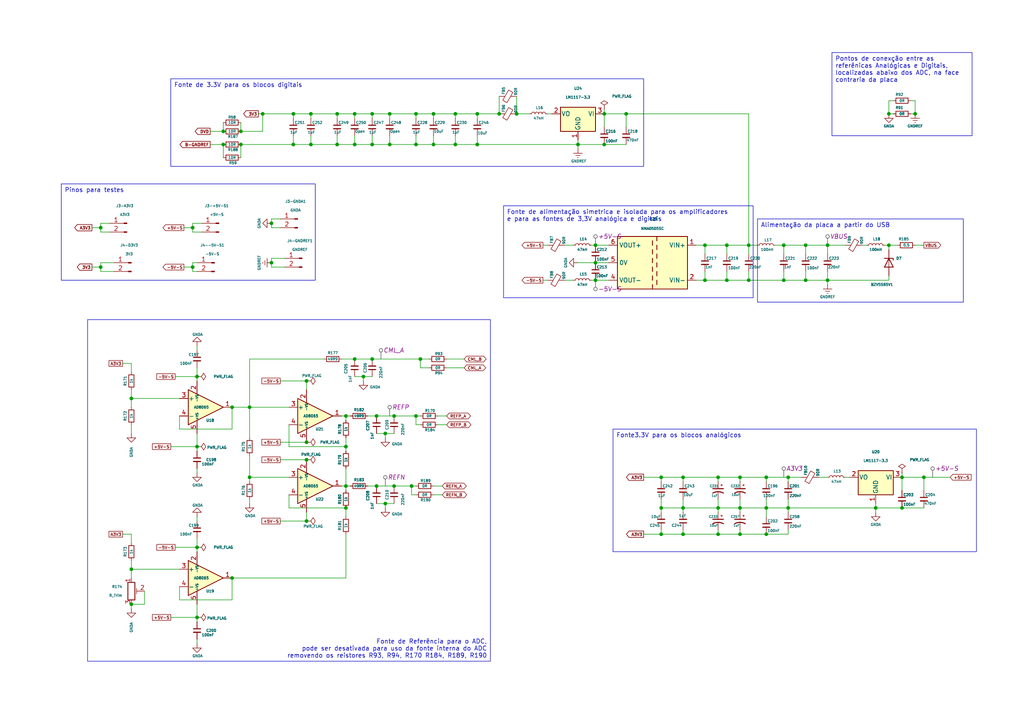
<source format=kicad_sch>
(kicad_sch (version 20231120) (generator "eeschema") (generator_version "8.0")
  (paper "A4")
  (lib_symbols
    (symbol "Amplifier_Operational:AD8065" (pin_names (offset 0.002))
      (property "Reference" "U?" (at 3.81 3.81 0))
      (property "Value" "AD8065" (at 1.27 0 0))
      (symbol "AD8065_1_1"
        (pin output line (at 10.16 0 180) (length 2.54) (name "~") (number "1"))
        (pin power_in line (at 0 -7.62 90) (length 3.81) (name "-VS") (number "2"))
        (pin input line (at -5.08 -2.54 0) (length 2.54) (name "+") (number "3"))
        (pin input line (at -5.08 2.54 0) (length 2.54) (name "-") (number "4"))
        (pin power_in line (at 0 7.62 270) (length 3.81) (name "+VS") (number "5"))
      )
    )
    (symbol "C_Small_1" (pin_numbers hide) (pin_names (offset 0.254) hide)
      (property "Reference" "C" (at 0.254 1.778 0))
      (property "Value" "C_Small" (at 0.254 -2.032 0))
      (symbol "C_Small_1_1_1"
        (pin passive line (at 0 2.54 270) (length 2.032) (name "~") (number "1"))
        (pin passive line (at 0 -2.54 90) (length 2.032) (name "~") (number "2"))
      )
    )
    (symbol "C_Small_10" (pin_numbers hide) (pin_names (offset 0.254) hide)
      (property "Reference" "C" (at 0.254 1.778 0))
      (property "Value" "C_Small" (at 0.254 -2.032 0))
      (symbol "C_Small_10_1_1"
        (pin passive line (at 0 2.54 270) (length 2.032) (name "~") (number "1"))
        (pin passive line (at 0 -2.54 90) (length 2.032) (name "~") (number "2"))
      )
    )
    (symbol "C_Small_11" (pin_numbers hide) (pin_names (offset 0.254) hide)
      (property "Reference" "C" (at 0.254 1.778 0))
      (property "Value" "C_Small" (at 0.254 -2.032 0))
      (symbol "C_Small_11_1_1"
        (pin passive line (at 0 2.54 270) (length 2.032) (name "~") (number "1"))
        (pin passive line (at 0 -2.54 90) (length 2.032) (name "~") (number "2"))
      )
    )
    (symbol "C_Small_12" (pin_numbers hide) (pin_names (offset 0.254) hide)
      (property "Reference" "C" (at 0.254 1.778 0))
      (property "Value" "C_Small" (at 0.254 -2.032 0))
      (symbol "C_Small_12_1_1"
        (pin passive line (at 0 2.54 270) (length 2.032) (name "~") (number "1"))
        (pin passive line (at 0 -2.54 90) (length 2.032) (name "~") (number "2"))
      )
    )
    (symbol "C_Small_14" (pin_numbers hide) (pin_names (offset 0.254) hide)
      (property "Reference" "C" (at 0.254 1.778 0))
      (property "Value" "C_Small" (at 0.254 -2.032 0))
      (symbol "C_Small_14_1_1"
        (pin passive line (at 0 2.54 270) (length 2.032) (name "~") (number "1"))
        (pin passive line (at 0 -2.54 90) (length 2.032) (name "~") (number "2"))
      )
    )
    (symbol "C_Small_15" (pin_numbers hide) (pin_names (offset 0.254) hide)
      (property "Reference" "C" (at 0.254 1.778 0))
      (property "Value" "C_Small" (at 0.254 -2.032 0))
      (symbol "C_Small_15_1_1"
        (pin passive line (at 0 2.54 270) (length 2.032) (name "~") (number "1"))
        (pin passive line (at 0 -2.54 90) (length 2.032) (name "~") (number "2"))
      )
    )
    (symbol "C_Small_18" (pin_numbers hide) (pin_names (offset 0.254) hide)
      (property "Reference" "C" (at 0.254 1.778 0))
      (property "Value" "C_Small" (at 0.254 -2.032 0))
      (symbol "C_Small_18_1_1"
        (pin passive line (at 0 2.54 270) (length 2.032) (name "~") (number "1"))
        (pin passive line (at 0 -2.54 90) (length 2.032) (name "~") (number "2"))
      )
    )
    (symbol "C_Small_19" (pin_numbers hide) (pin_names (offset 0.254) hide)
      (property "Reference" "C" (at 0.254 1.778 0))
      (property "Value" "C_Small" (at 0.254 -2.032 0))
      (symbol "C_Small_19_1_1"
        (pin passive line (at 0 2.54 270) (length 2.032) (name "~") (number "1"))
        (pin passive line (at 0 -2.54 90) (length 2.032) (name "~") (number "2"))
      )
    )
    (symbol "C_Small_2" (pin_numbers hide) (pin_names (offset 0.254) hide)
      (property "Reference" "C" (at 0.254 1.778 0))
      (property "Value" "C_Small" (at 0.254 -2.032 0))
      (symbol "C_Small_2_1_1"
        (pin passive line (at 0 2.54 270) (length 2.032) (name "~") (number "1"))
        (pin passive line (at 0 -2.54 90) (length 2.032) (name "~") (number "2"))
      )
    )
    (symbol "C_Small_20" (pin_numbers hide) (pin_names (offset 0.254) hide)
      (property "Reference" "C" (at 0.254 1.778 0))
      (property "Value" "C_Small" (at 0.254 -2.032 0))
      (symbol "C_Small_20_1_1"
        (pin passive line (at 0 2.54 270) (length 2.032) (name "~") (number "1"))
        (pin passive line (at 0 -2.54 90) (length 2.032) (name "~") (number "2"))
      )
    )
    (symbol "C_Small_21" (pin_numbers hide) (pin_names (offset 0.254) hide)
      (property "Reference" "C" (at 0.254 1.778 0))
      (property "Value" "C_Small" (at 0.254 -2.032 0))
      (symbol "C_Small_21_1_1"
        (pin passive line (at 0 2.54 270) (length 2.032) (name "~") (number "1"))
        (pin passive line (at 0 -2.54 90) (length 2.032) (name "~") (number "2"))
      )
    )
    (symbol "C_Small_22" (pin_numbers hide) (pin_names (offset 0.254) hide)
      (property "Reference" "C" (at 0.254 1.778 0))
      (property "Value" "C_Small" (at 0.254 -2.032 0))
      (symbol "C_Small_22_1_1"
        (pin passive line (at 0 2.54 270) (length 2.032) (name "~") (number "1"))
        (pin passive line (at 0 -2.54 90) (length 2.032) (name "~") (number "2"))
      )
    )
    (symbol "C_Small_23" (pin_numbers hide) (pin_names (offset 0.254) hide)
      (property "Reference" "C" (at 0.254 1.778 0))
      (property "Value" "C_Small" (at 0.254 -2.032 0))
      (symbol "C_Small_23_1_1"
        (pin passive line (at 0 2.54 270) (length 2.032) (name "~") (number "1"))
        (pin passive line (at 0 -2.54 90) (length 2.032) (name "~") (number "2"))
      )
    )
    (symbol "C_Small_24" (pin_numbers hide) (pin_names (offset 0.254) hide)
      (property "Reference" "C" (at 0.254 1.778 0))
      (property "Value" "C_Small" (at 0.254 -2.032 0))
      (symbol "C_Small_24_1_1"
        (pin passive line (at 0 2.54 270) (length 2.032) (name "~") (number "1"))
        (pin passive line (at 0 -2.54 90) (length 2.032) (name "~") (number "2"))
      )
    )
    (symbol "C_Small_25" (pin_numbers hide) (pin_names (offset 0.254) hide)
      (property "Reference" "C" (at 0.254 1.778 0))
      (property "Value" "C_Small" (at 0.254 -2.032 0))
      (symbol "C_Small_25_1_1"
        (pin passive line (at 0 2.54 270) (length 2.032) (name "~") (number "1"))
        (pin passive line (at 0 -2.54 90) (length 2.032) (name "~") (number "2"))
      )
    )
    (symbol "C_Small_26" (pin_numbers hide) (pin_names (offset 0.254) hide)
      (property "Reference" "C" (at 0.254 1.778 0))
      (property "Value" "C_Small" (at 0.254 -2.032 0))
      (symbol "C_Small_26_1_1"
        (pin passive line (at 0 2.54 270) (length 2.032) (name "~") (number "1"))
        (pin passive line (at 0 -2.54 90) (length 2.032) (name "~") (number "2"))
      )
    )
    (symbol "C_Small_27" (pin_numbers hide) (pin_names (offset 0.254) hide)
      (property "Reference" "C" (at 0.254 1.778 0))
      (property "Value" "C_Small" (at 0.254 -2.032 0))
      (symbol "C_Small_27_1_1"
        (pin passive line (at 0 2.54 270) (length 2.032) (name "~") (number "1"))
        (pin passive line (at 0 -2.54 90) (length 2.032) (name "~") (number "2"))
      )
    )
    (symbol "C_Small_28" (pin_numbers hide) (pin_names (offset 0.254) hide)
      (property "Reference" "C" (at 0.254 1.778 0))
      (property "Value" "C_Small" (at 0.254 -2.032 0))
      (symbol "C_Small_28_1_1"
        (pin passive line (at 0 2.54 270) (length 2.032) (name "~") (number "1"))
        (pin passive line (at 0 -2.54 90) (length 2.032) (name "~") (number "2"))
      )
    )
    (symbol "C_Small_3" (pin_numbers hide) (pin_names (offset 0.254) hide)
      (property "Reference" "C" (at 0.254 1.778 0))
      (property "Value" "C_Small" (at 0.254 -2.032 0))
      (symbol "C_Small_3_1_1"
        (pin passive line (at 0 2.54 270) (length 2.032) (name "~") (number "1"))
        (pin passive line (at 0 -2.54 90) (length 2.032) (name "~") (number "2"))
      )
    )
    (symbol "C_Small_4" (pin_numbers hide) (pin_names (offset 0.254) hide)
      (property "Reference" "C" (at 0.254 1.778 0))
      (property "Value" "C_Small" (at 0.254 -2.032 0))
      (symbol "C_Small_4_1_1"
        (pin passive line (at 0 2.54 270) (length 2.032) (name "~") (number "1"))
        (pin passive line (at 0 -2.54 90) (length 2.032) (name "~") (number "2"))
      )
    )
    (symbol "C_Small_6" (pin_numbers hide) (pin_names (offset 0.254) hide)
      (property "Reference" "C" (at 0.254 1.778 0))
      (property "Value" "C_Small" (at 0.254 -2.032 0))
      (symbol "C_Small_6_1_1"
        (pin passive line (at 0 2.54 270) (length 2.032) (name "~") (number "1"))
        (pin passive line (at 0 -2.54 90) (length 2.032) (name "~") (number "2"))
      )
    )
    (symbol "C_Small_7" (pin_numbers hide) (pin_names (offset 0.254) hide)
      (property "Reference" "C" (at 0.254 1.778 0))
      (property "Value" "C_Small" (at 0.254 -2.032 0))
      (symbol "C_Small_7_1_1"
        (pin passive line (at 0 2.54 270) (length 2.032) (name "~") (number "1"))
        (pin passive line (at 0 -2.54 90) (length 2.032) (name "~") (number "2"))
      )
    )
    (symbol "C_Small_8" (pin_numbers hide) (pin_names (offset 0.254) hide)
      (property "Reference" "C" (at 0.254 1.778 0))
      (property "Value" "C_Small" (at 0.254 -2.032 0))
      (symbol "C_Small_8_1_1"
        (pin passive line (at 0 2.54 270) (length 2.032) (name "~") (number "1"))
        (pin passive line (at 0 -2.54 90) (length 2.032) (name "~") (number "2"))
      )
    )
    (symbol "C_Small_9" (pin_numbers hide) (pin_names (offset 0.254) hide)
      (property "Reference" "C" (at 0.254 1.778 0))
      (property "Value" "C_Small" (at 0.254 -2.032 0))
      (symbol "C_Small_9_1_1"
        (pin passive line (at 0 2.54 270) (length 2.032) (name "~") (number "1"))
        (pin passive line (at 0 -2.54 90) (length 2.032) (name "~") (number "2"))
      )
    )
    (symbol "Connector:Conn_01x02_Pin" (pin_names (offset 1.016) hide)
      (property "Reference" "J" (at 0 2.54 0))
      (property "Value" "Conn_01x02_Pin" (at 0 -5.08 0))
      (symbol "Conn_01x02_Pin_1_1"
        (pin passive line (at 5.08 0 180) (length 3.81) (name "Pin_1") (number "1"))
        (pin passive line (at 5.08 -2.54 180) (length 3.81) (name "Pin_2") (number "2"))
      )
    )
    (symbol "Device:C_Polarized_Small_US" (pin_numbers hide) (pin_names (offset 0.254) hide)
      (property "Reference" "C" (at 0.254 1.778 0))
      (property "Value" "C_Polarized_Small_US" (at 0.254 -2.032 0))
      (symbol "C_Polarized_Small_US_1_1"
        (pin passive line (at 0 2.54 270) (length 2.032) (name "~") (number "1"))
        (pin passive line (at 0 -2.54 90) (length 2.032) (name "~") (number "2"))
      )
    )
    (symbol "Device:C_Small" (pin_numbers hide) (pin_names (offset 0.254) hide)
      (property "Reference" "C" (at 0.254 1.778 0))
      (property "Value" "C_Small" (at 0.254 -2.032 0))
      (symbol "C_Small_1_1"
        (pin passive line (at 0 2.54 270) (length 2.032) (name "~") (number "1"))
        (pin passive line (at 0 -2.54 90) (length 2.032) (name "~") (number "2"))
      )
    )
    (symbol "Device:FerriteBead_Small" (pin_numbers hide) (pin_names (offset 0))
      (property "Reference" "FB" (at 1.905 1.27 0))
      (property "Value" "FerriteBead_Small" (at 1.905 -1.27 0))
      (symbol "FerriteBead_Small_1_1"
        (pin passive line (at 0 2.54 270) (length 1.27) (name "~") (number "1"))
        (pin passive line (at 0 -2.54 90) (length 1.27) (name "~") (number "2"))
      )
    )
    (symbol "Device:L_Small" (pin_numbers hide) (pin_names (offset 0.254) hide)
      (property "Reference" "L" (at 0.762 1.016 0))
      (property "Value" "L_Small" (at 0.762 -1.016 0))
      (symbol "L_Small_1_1"
        (pin passive line (at 0 2.54 270) (length 0.508) (name "~") (number "1"))
        (pin passive line (at 0 -2.54 90) (length 0.508) (name "~") (number "2"))
      )
    )
    (symbol "Device:R_Potentiometer_Trim" (pin_names (offset 1.016) hide)
      (property "Reference" "RV" (at -4.445 0 90))
      (property "Value" "R_Potentiometer_Trim" (at -2.54 0 90))
      (symbol "R_Potentiometer_Trim_1_1"
        (pin passive line (at 0 3.81 270) (length 1.27) (name "1") (number "1"))
        (pin passive line (at 3.81 0 180) (length 1.27) (name "2") (number "2"))
        (pin passive line (at 0 -3.81 90) (length 1.27) (name "3") (number "3"))
      )
    )
    (symbol "Device:R_Small" (pin_numbers hide) (pin_names (offset 0.254) hide)
      (property "Reference" "R" (at 0.762 0.508 0))
      (property "Value" "R_Small" (at 0.762 -1.016 0))
      (symbol "R_Small_1_1"
        (pin passive line (at 0 2.54 270) (length 0.762) (name "~") (number "1"))
        (pin passive line (at 0 -2.54 90) (length 0.762) (name "~") (number "2"))
      )
    )
    (symbol "Diode:BZV55B5V1" (pin_numbers hide) (pin_names hide)
      (property "Reference" "D" (at 0 2.54 0))
      (property "Value" "BZV55B5V1" (at 0 -2.54 0))
      (symbol "BZV55B5V1_1_1"
        (pin passive line (at -3.81 0 0) (length 2.54) (name "K") (number "1"))
        (pin passive line (at 3.81 0 180) (length 2.54) (name "A") (number "2"))
      )
    )
    (symbol "GNDA_1" (power) (pin_names (offset 0))
      (property "Value" "GNDA" (at 0 -3.81 0))
      (symbol "GNDA_1_1_1"
        (pin power_in line (at 0 0 270) (length 0) hide (name "GNDA") (number "1"))
      )
    )
    (symbol "GNDA_10" (power) (pin_names (offset 0))
      (property "Value" "GNDA" (at 0 -3.81 0))
      (symbol "GNDA_10_1_1"
        (pin power_in line (at 0 0 270) (length 0) hide (name "GNDA") (number "1"))
      )
    )
    (symbol "GNDA_11" (power) (pin_names (offset 0))
      (property "Value" "GNDA" (at 0 -3.81 0))
      (symbol "GNDA_11_1_1"
        (pin power_in line (at 0 0 270) (length 0) hide (name "GNDA") (number "1"))
      )
    )
    (symbol "GNDA_12" (power) (pin_names (offset 0))
      (property "Value" "GNDA" (at 0 -3.81 0))
      (symbol "GNDA_12_1_1"
        (pin power_in line (at 0 0 270) (length 0) hide (name "GNDA") (number "1"))
      )
    )
    (symbol "GNDA_13" (power) (pin_names (offset 0))
      (property "Value" "GNDA" (at 0 -3.81 0))
      (symbol "GNDA_13_1_1"
        (pin power_in line (at 0 0 270) (length 0) hide (name "GNDA") (number "1"))
      )
    )
    (symbol "GNDA_2" (power) (pin_names (offset 0))
      (property "Value" "GNDA" (at 0 -3.81 0))
      (symbol "GNDA_2_1_1"
        (pin power_in line (at 0 0 270) (length 0) hide (name "GNDA") (number "1"))
      )
    )
    (symbol "GNDA_3" (power) (pin_names (offset 0))
      (property "Value" "GNDA" (at 0 -3.81 0))
      (symbol "GNDA_3_1_1"
        (pin power_in line (at 0 0 270) (length 0) hide (name "GNDA") (number "1"))
      )
    )
    (symbol "GNDA_5" (power) (pin_names (offset 0))
      (property "Value" "GNDA" (at 0 -3.81 0))
      (symbol "GNDA_5_1_1"
        (pin power_in line (at 0 0 270) (length 0) hide (name "GNDA") (number "1"))
      )
    )
    (symbol "GNDA_6" (power) (pin_names (offset 0))
      (property "Value" "GNDA" (at 0 -3.81 0))
      (symbol "GNDA_6_1_1"
        (pin power_in line (at 0 0 270) (length 0) hide (name "GNDA") (number "1"))
      )
    )
    (symbol "GNDA_7" (power) (pin_names (offset 0))
      (property "Value" "GNDA" (at 0 -3.81 0))
      (symbol "GNDA_7_1_1"
        (pin power_in line (at 0 0 270) (length 0) hide (name "GNDA") (number "1"))
      )
    )
    (symbol "GNDA_8" (power) (pin_names (offset 0))
      (property "Value" "GNDA" (at 0 -3.81 0))
      (symbol "GNDA_8_1_1"
        (pin power_in line (at 0 0 270) (length 0) hide (name "GNDA") (number "1"))
      )
    )
    (symbol "GNDA_9" (power) (pin_names (offset 0))
      (property "Value" "GNDA" (at 0 -3.81 0))
      (symbol "GNDA_9_1_1"
        (pin power_in line (at 0 0 270) (length 0) hide (name "GNDA") (number "1"))
      )
    )
    (symbol "GNDREF_1" (power) (pin_names (offset 0))
      (property "Value" "GNDREF" (at 0 -3.81 0))
      (symbol "GNDREF_1_1_1"
        (pin power_in line (at 0 0 270) (length 0) hide (name "GNDREF") (number "1"))
      )
    )
    (symbol "GNDREF_3" (power) (pin_names (offset 0))
      (property "Value" "GNDREF" (at 0 -3.81 0))
      (symbol "GNDREF_3_1_1"
        (pin power_in line (at 0 0 270) (length 0) hide (name "GNDREF") (number "1"))
      )
    )
    (symbol "PWR_FLAG_1" (power) (pin_numbers hide) (pin_names (offset 0) hide)
      (property "Value" "PWR_FLAG" (at 0 3.81 0))
      (symbol "PWR_FLAG_1_0_0"
        (pin power_out line (at 0 0 90) (length 0) (name "pwr") (number "1"))
      )
    )
    (symbol "PWR_FLAG_10" (power) (pin_numbers hide) (pin_names (offset 0) hide)
      (property "Value" "PWR_FLAG" (at 0 3.81 0))
      (symbol "PWR_FLAG_10_0_0"
        (pin power_out line (at 0 0 90) (length 0) (name "pwr") (number "1"))
      )
    )
    (symbol "PWR_FLAG_2" (power) (pin_numbers hide) (pin_names (offset 0) hide)
      (property "Value" "PWR_FLAG" (at 0 3.81 0))
      (symbol "PWR_FLAG_2_0_0"
        (pin power_out line (at 0 0 90) (length 0) (name "pwr") (number "1"))
      )
    )
    (symbol "PWR_FLAG_4" (power) (pin_numbers hide) (pin_names (offset 0) hide)
      (property "Value" "PWR_FLAG" (at 0 3.81 0))
      (symbol "PWR_FLAG_4_0_0"
        (pin power_out line (at 0 0 90) (length 0) (name "pwr") (number "1"))
      )
    )
    (symbol "PWR_FLAG_5" (power) (pin_numbers hide) (pin_names (offset 0) hide)
      (property "Value" "PWR_FLAG" (at 0 3.81 0))
      (symbol "PWR_FLAG_5_0_0"
        (pin power_out line (at 0 0 90) (length 0) (name "pwr") (number "1"))
      )
    )
    (symbol "PWR_FLAG_6" (power) (pin_numbers hide) (pin_names (offset 0) hide)
      (property "Value" "PWR_FLAG" (at 0 3.81 0))
      (symbol "PWR_FLAG_6_0_0"
        (pin power_out line (at 0 0 90) (length 0) (name "pwr") (number "1"))
      )
    )
    (symbol "PWR_FLAG_7" (power) (pin_numbers hide) (pin_names (offset 0) hide)
      (property "Value" "PWR_FLAG" (at 0 3.81 0))
      (symbol "PWR_FLAG_7_0_0"
        (pin power_out line (at 0 0 90) (length 0) (name "pwr") (number "1"))
      )
    )
    (symbol "PWR_FLAG_8" (power) (pin_numbers hide) (pin_names (offset 0) hide)
      (property "Value" "PWR_FLAG" (at 0 3.81 0))
      (symbol "PWR_FLAG_8_0_0"
        (pin power_out line (at 0 0 90) (length 0) (name "pwr") (number "1"))
      )
    )
    (symbol "PWR_FLAG_9" (power) (pin_numbers hide) (pin_names (offset 0) hide)
      (property "Value" "PWR_FLAG" (at 0 3.81 0))
      (symbol "PWR_FLAG_9_0_0"
        (pin power_out line (at 0 0 90) (length 0) (name "pwr") (number "1"))
      )
    )
    (symbol "Regulator_Linear:LM1117-3.3" (pin_names (offset 0.254))
      (property "Reference" "U" (at -3.81 3.175 0))
      (property "Value" "LM1117-3.3" (at 0 3.175 0))
      (symbol "LM1117-3.3_1_1"
        (pin power_in line (at 0 -7.62 90) (length 2.54) (name "GND") (number "1"))
        (pin power_out line (at 7.62 0 180) (length 2.54) (name "VO") (number "2"))
        (pin power_in line (at -7.62 0 0) (length 2.54) (name "VI") (number "3"))
      )
    )
    (symbol "Regulator_Switching:NMA0505SC"
      (property "Reference" "U" (at -10.16 8.89 0))
      (property "Value" "NMA0505SC" (at 0 8.89 0))
      (symbol "NMA0505SC_1_1"
        (pin power_in line (at -12.7 5.08 0) (length 2.54) (name "VIN+") (number "1"))
        (pin power_in line (at -12.7 -5.08 0) (length 2.54) (name "VIN-") (number "2"))
        (pin power_out line (at 12.7 -5.08 180) (length 2.54) (name "VOUT-") (number "4"))
        (pin power_out line (at 12.7 0 180) (length 2.54) (name "0V") (number "5"))
        (pin power_out line (at 12.7 5.08 180) (length 2.54) (name "VOUT+") (number "6"))
      )
    )
    (symbol "power:GNDA" (power) (pin_names (offset 0))
      (property "Value" "GNDA" (at 0 -3.81 0))
      (symbol "GNDA_1_1"
        (pin power_in line (at 0 0 270) (length 0) hide (name "GNDA") (number "1"))
      )
    )
    (symbol "power:GNDREF" (power) (pin_names (offset 0))
      (property "Value" "GNDREF" (at 0 -3.81 0))
      (symbol "GNDREF_1_1"
        (pin power_in line (at 0 0 270) (length 0) hide (name "GNDREF") (number "1"))
      )
    )
    (symbol "power:PWR_FLAG" (power) (pin_numbers hide) (pin_names (offset 0) hide)
      (property "Value" "PWR_FLAG" (at 0 3.81 0))
      (symbol "PWR_FLAG_0_0"
        (pin power_out line (at 0 0 90) (length 0) (name "pwr") (number "1"))
      )
    )
  )
  (junction (at 109.22 120.65))
  (junction (at 214.63 147.32))
  (junction (at 172.72 76.2))
  (junction (at 208.28 138.43))
  (junction (at 107.95 104.14))
  (junction (at 191.77 154.94))
  (junction (at 214.63 154.94))
  (junction (at 138.43 33.02))
  (junction (at 261.62 138.43))
  (junction (at 257.81 71.12))
  (junction (at 85.09 41.91))
  (junction (at 102.87 41.91))
  (junction (at 228.6 147.32))
  (junction (at 100.33 120.65))
  (junction (at 181.61 33.02))
  (junction (at 102.87 104.14))
  (junction (at 100.33 140.97))
  (junction (at 119.38 140.97))
  (junction (at 100.33 147.32))
  (junction (at 67.31 167.64))
  (junction (at 138.43 41.91))
  (junction (at 204.47 71.12))
  (junction (at 90.17 41.91))
  (junction (at 228.6 138.43))
  (junction (at 233.68 81.28))
  (junction (at 120.65 33.02))
  (junction (at 113.03 33.02))
  (junction (at 88.9 110.49))
  (junction (at 227.33 81.28))
  (junction (at 227.33 71.12))
  (junction (at 88.9 151.13))
  (junction (at 29.21 66.04))
  (junction (at 57.15 158.75))
  (junction (at 222.25 154.94))
  (junction (at 114.3 140.97))
  (junction (at 240.03 71.12))
  (junction (at 105.41 109.22))
  (junction (at 222.25 147.32))
  (junction (at 111.76 146.05))
  (junction (at 208.28 147.32))
  (junction (at 267.97 138.43))
  (junction (at 64.77 38.1))
  (junction (at 55.88 66.04))
  (junction (at 222.25 138.43))
  (junction (at 217.17 81.28))
  (junction (at 97.79 41.91))
  (junction (at 257.81 33.02))
  (junction (at 38.1 175.26))
  (junction (at 198.12 147.32))
  (junction (at 38.1 115.57))
  (junction (at 67.31 118.11))
  (junction (at 85.09 33.02))
  (junction (at 144.78 33.02))
  (junction (at 233.68 71.12))
  (junction (at 114.3 120.65))
  (junction (at 69.85 38.1))
  (junction (at 57.15 179.07))
  (junction (at 208.28 154.94))
  (junction (at 111.76 125.73))
  (junction (at 204.47 81.28))
  (junction (at 109.22 140.97))
  (junction (at 172.72 81.28))
  (junction (at 210.82 71.12))
  (junction (at 100.33 129.54))
  (junction (at 88.9 133.35))
  (junction (at 57.15 109.22))
  (junction (at 125.73 33.02))
  (junction (at 107.95 33.02))
  (junction (at 72.39 118.11))
  (junction (at 57.15 129.54))
  (junction (at 149.86 33.02))
  (junction (at 214.63 138.43))
  (junction (at 72.39 138.43))
  (junction (at 191.77 138.43))
  (junction (at 132.08 41.91))
  (junction (at 261.62 147.32))
  (junction (at 198.12 154.94))
  (junction (at 88.9 128.27))
  (junction (at 191.77 147.32))
  (junction (at 38.1 165.1))
  (junction (at 172.72 71.12))
  (junction (at 64.77 41.91))
  (junction (at 265.43 33.02))
  (junction (at 97.79 33.02))
  (junction (at 210.82 81.28))
  (junction (at 78.74 76.2))
  (junction (at 78.74 64.77))
  (junction (at 120.65 120.65))
  (junction (at 198.12 138.43))
  (junction (at 167.64 41.91))
  (junction (at 107.95 41.91))
  (junction (at 69.85 41.91))
  (junction (at 102.87 33.02))
  (junction (at 76.2 33.02))
  (junction (at 55.88 77.47))
  (junction (at 132.08 33.02))
  (junction (at 120.65 41.91))
  (junction (at 254 147.32))
  (junction (at 125.73 41.91))
  (junction (at 121.92 104.14))
  (junction (at 175.26 41.91))
  (junction (at 113.03 41.91))
  (junction (at 29.21 77.47))
  (junction (at 217.17 71.12))
  (junction (at 90.17 33.02))
  (junction (at 240.03 81.28))
  (junction (at 175.26 33.02))
  (wire (pts (xy 31.75 64.77) (xy 29.21 64.77)))
  (wire (pts (xy 38.1 165.1) (xy 52.07 165.1)))
  (wire (pts (xy 222.25 154.94) (xy 214.63 154.94)))
  (wire (pts (xy 106.68 140.97) (xy 109.22 140.97)))
  (wire (pts (xy 57.15 149.86) (xy 57.15 151.13)))
  (wire (pts (xy 50.8 109.22) (xy 57.15 109.22)))
  (wire (pts (xy 265.43 29.21) (xy 265.43 33.02)))
  (wire (pts (xy 227.33 71.12) (xy 227.33 73.66)))
  (wire (pts (xy 134.62 106.68) (xy 129.54 106.68)))
  (wire (pts (xy 53.34 77.47) (xy 55.88 77.47)))
  (wire (pts (xy 50.8 158.75) (xy 57.15 158.75)))
  (wire (pts (xy 125.73 33.02) (xy 132.08 33.02)))
  (wire (pts (xy 107.95 39.37) (xy 107.95 41.91)))
  (wire (pts (xy 261.62 147.32) (xy 267.97 147.32)))
  (wire (pts (xy 52.07 124.46) (xy 67.31 124.46)))
  (wire (pts (xy 76.2 33.02) (xy 76.2 38.1)))
  (wire (pts (xy 158.75 33.02) (xy 160.02 33.02)))
  (wire (pts (xy 72.39 118.11) (xy 72.39 104.14)))
  (wire (pts (xy 208.28 148.59) (xy 208.28 147.32)))
  (wire (pts (xy 38.1 113.03) (xy 38.1 115.57)))
  (wire (pts (xy 217.17 33.02) (xy 217.17 71.12)))
  (wire (pts (xy 208.28 147.32) (xy 198.12 147.32)))
  (wire (pts (xy 214.63 153.67) (xy 214.63 154.94)))
  (wire (pts (xy 124.46 106.68) (xy 121.92 106.68)))
  (wire (pts (xy 105.41 110.49) (xy 105.41 109.22)))
  (wire (pts (xy 228.6 147.32) (xy 228.6 144.78)))
  (wire (pts (xy 228.6 138.43) (xy 228.6 139.7)))
  (wire (pts (xy 81.28 110.49) (xy 88.9 110.49)))
  (wire (pts (xy 102.87 33.02) (xy 107.95 33.02)))
  (wire (pts (xy 257.81 72.39) (xy 257.81 71.12)))
  (wire (pts (xy 57.15 129.54) (xy 57.15 130.81)))
  (wire (pts (xy 102.87 104.14) (xy 107.95 104.14)))
  (wire (pts (xy 81.28 66.04) (xy 78.74 66.04)))
  (wire (pts (xy 29.21 64.77) (xy 29.21 66.04)))
  (wire (pts (xy 157.48 71.12) (xy 158.75 71.12)))
  (wire (pts (xy 29.21 66.04) (xy 29.21 67.31)))
  (wire (pts (xy 222.25 138.43) (xy 222.25 139.7)))
  (wire (pts (xy 72.39 118.11) (xy 72.39 127)))
  (wire (pts (xy 240.03 82.55) (xy 240.03 81.28)))
  (wire (pts (xy 57.15 156.21) (xy 57.15 158.75)))
  (wire (pts (xy 64.77 35.56) (xy 64.77 38.1)))
  (wire (pts (xy 29.21 76.2) (xy 29.21 77.47)))
  (wire (pts (xy 265.43 33.02) (xy 264.16 33.02)))
  (wire (pts (xy 254 147.32) (xy 254 148.59)))
  (wire (pts (xy 57.15 125.73) (xy 57.15 129.54)))
  (wire (pts (xy 41.91 175.26) (xy 38.1 175.26)))
  (wire (pts (xy 260.35 71.12) (xy 257.81 71.12)))
  (wire (pts (xy 67.31 118.11) (xy 72.39 118.11)))
  (wire (pts (xy 233.68 71.12) (xy 240.03 71.12)))
  (wire (pts (xy 49.53 129.54) (xy 57.15 129.54)))
  (wire (pts (xy 102.87 39.37) (xy 102.87 41.91)))
  (wire (pts (xy 204.47 71.12) (xy 210.82 71.12)))
  (wire (pts (xy 121.92 106.68) (xy 121.92 104.14)))
  (wire (pts (xy 132.08 33.02) (xy 138.43 33.02)))
  (wire (pts (xy 198.12 154.94) (xy 198.12 153.67)))
  (wire (pts (xy 214.63 154.94) (xy 208.28 154.94)))
  (wire (pts (xy 167.64 76.2) (xy 172.72 76.2)))
  (wire (pts (xy 132.08 41.91) (xy 138.43 41.91)))
  (wire (pts (xy 38.1 176.53) (xy 38.1 175.26)))
  (wire (pts (xy 214.63 144.78) (xy 214.63 147.32)))
  (wire (pts (xy 109.22 125.73) (xy 111.76 125.73)))
  (wire (pts (xy 100.33 129.54) (xy 100.33 130.81)))
  (wire (pts (xy 57.15 179.07) (xy 57.15 180.34)))
  (wire (pts (xy 100.33 127) (xy 100.33 129.54)))
  (wire (pts (xy 55.88 64.77) (xy 55.88 66.04)))
  (wire (pts (xy 214.63 138.43) (xy 214.63 139.7)))
  (wire (pts (xy 267.97 71.12) (xy 265.43 71.12)))
  (wire (pts (xy 81.28 151.13) (xy 88.9 151.13)))
  (wire (pts (xy 109.22 120.65) (xy 114.3 120.65)))
  (wire (pts (xy 181.61 33.02) (xy 181.61 36.83)))
  (wire (pts (xy 69.85 38.1) (xy 76.2 38.1)))
  (wire (pts (xy 175.26 33.02) (xy 175.26 36.83)))
  (wire (pts (xy 227.33 78.74) (xy 227.33 81.28)))
  (wire (pts (xy 38.1 162.56) (xy 38.1 165.1)))
  (wire (pts (xy 72.39 118.11) (xy 83.82 118.11)))
  (wire (pts (xy 259.08 29.21) (xy 257.81 29.21)))
  (wire (pts (xy 82.55 77.47) (xy 78.74 77.47)))
  (wire (pts (xy 119.38 143.51) (xy 119.38 140.97)))
  (wire (pts (xy 107.95 33.02) (xy 107.95 34.29)))
  (wire (pts (xy 210.82 81.28) (xy 217.17 81.28)))
  (wire (pts (xy 57.15 185.42) (xy 57.15 186.69)))
  (wire (pts (xy 35.56 154.94) (xy 38.1 154.94)))
  (wire (pts (xy 111.76 127) (xy 111.76 125.73)))
  (wire (pts (xy 97.79 39.37) (xy 97.79 41.91)))
  (wire (pts (xy 26.67 66.04) (xy 29.21 66.04)))
  (wire (pts (xy 81.28 133.35) (xy 88.9 133.35)))
  (wire (pts (xy 100.33 147.32) (xy 100.33 149.86)))
  (wire (pts (xy 102.87 109.22) (xy 105.41 109.22)))
  (wire (pts (xy 38.1 115.57) (xy 38.1 118.11)))
  (wire (pts (xy 33.02 78.74) (xy 29.21 78.74)))
  (wire (pts (xy 38.1 125.73) (xy 38.1 123.19)))
  (wire (pts (xy 210.82 71.12) (xy 217.17 71.12)))
  (wire (pts (xy 107.95 104.14) (xy 121.92 104.14)))
  (wire (pts (xy 38.1 165.1) (xy 38.1 167.64)))
  (wire (pts (xy 81.28 128.27) (xy 88.9 128.27)))
  (wire (pts (xy 201.93 71.12) (xy 204.47 71.12)))
  (wire (pts (xy 57.15 158.75) (xy 57.15 160.02)))
  (wire (pts (xy 222.25 149.86) (xy 222.25 147.32)))
  (wire (pts (xy 113.03 39.37) (xy 113.03 41.91)))
  (wire (pts (xy 121.92 104.14) (xy 124.46 104.14)))
  (wire (pts (xy 256.54 71.12) (xy 257.81 71.12)))
  (wire (pts (xy 74.93 33.02) (xy 76.2 33.02)))
  (wire (pts (xy 163.83 81.28) (xy 166.37 81.28)))
  (wire (pts (xy 26.67 77.47) (xy 29.21 77.47)))
  (wire (pts (xy 208.28 153.67) (xy 208.28 154.94)))
  (wire (pts (xy 175.26 33.02) (xy 181.61 33.02)))
  (wire (pts (xy 138.43 41.91) (xy 167.64 41.91)))
  (wire (pts (xy 171.45 81.28) (xy 172.72 81.28)))
  (wire (pts (xy 228.6 153.67) (xy 228.6 154.94)))
  (wire (pts (xy 114.3 140.97) (xy 119.38 140.97)))
  (wire (pts (xy 257.81 29.21) (xy 257.81 33.02)))
  (wire (pts (xy 113.03 33.02) (xy 120.65 33.02)))
  (wire (pts (xy 72.39 104.14) (xy 93.98 104.14)))
  (wire (pts (xy 72.39 138.43) (xy 83.82 138.43)))
  (wire (pts (xy 171.45 71.12) (xy 172.72 71.12)))
  (wire (pts (xy 125.73 41.91) (xy 132.08 41.91)))
  (wire (pts (xy 210.82 71.12) (xy 210.82 73.66)))
  (wire (pts (xy 222.25 138.43) (xy 228.6 138.43)))
  (wire (pts (xy 58.42 67.31) (xy 55.88 67.31)))
  (wire (pts (xy 208.28 144.78) (xy 208.28 147.32)))
  (wire (pts (xy 102.87 33.02) (xy 102.87 34.29)))
  (wire (pts (xy 57.15 135.89) (xy 57.15 137.16)))
  (wire (pts (xy 114.3 120.65) (xy 120.65 120.65)))
  (wire (pts (xy 261.62 138.43) (xy 261.62 142.24)))
  (wire (pts (xy 149.86 27.94) (xy 149.86 33.02)))
  (wire (pts (xy 191.77 154.94) (xy 198.12 154.94)))
  (wire (pts (xy 88.9 151.13) (xy 88.9 148.59)))
  (wire (pts (xy 138.43 39.37) (xy 138.43 41.91)))
  (wire (pts (xy 240.03 71.12) (xy 240.03 73.66)))
  (wire (pts (xy 167.64 40.64) (xy 167.64 41.91)))
  (wire (pts (xy 138.43 33.02) (xy 138.43 34.29)))
  (wire (pts (xy 254 147.32) (xy 261.62 147.32)))
  (wire (pts (xy 254 146.05) (xy 254 147.32)))
  (wire (pts (xy 191.77 138.43) (xy 191.77 139.7)))
  (wire (pts (xy 57.15 109.22) (xy 57.15 110.49)))
  (wire (pts (xy 100.33 154.94) (xy 100.33 167.64)))
  (wire (pts (xy 267.97 138.43) (xy 275.59 138.43)))
  (wire (pts (xy 100.33 120.65) (xy 100.33 121.92)))
  (wire (pts (xy 172.72 76.2) (xy 176.53 76.2)))
  (wire (pts (xy 149.86 33.02) (xy 153.67 33.02)))
  (wire (pts (xy 100.33 167.64) (xy 67.31 167.64)))
  (wire (pts (xy 233.68 78.74) (xy 233.68 81.28)))
  (wire (pts (xy 109.22 140.97) (xy 114.3 140.97)))
  (wire (pts (xy 233.68 81.28) (xy 240.03 81.28)))
  (wire (pts (xy 109.22 146.05) (xy 111.76 146.05)))
  (wire (pts (xy 52.07 120.65) (xy 52.07 124.46)))
  (wire (pts (xy 55.88 78.74) (xy 55.88 77.47)))
  (wire (pts (xy 198.12 144.78) (xy 198.12 147.32)))
  (wire (pts (xy 240.03 78.74) (xy 240.03 81.28)))
  (wire (pts (xy 222.25 147.32) (xy 222.25 144.78)))
  (wire (pts (xy 120.65 143.51) (xy 119.38 143.51)))
  (wire (pts (xy 55.88 77.47) (xy 55.88 76.2)))
  (wire (pts (xy 144.78 27.94) (xy 144.78 33.02)))
  (wire (pts (xy 33.02 76.2) (xy 29.21 76.2)))
  (wire (pts (xy 191.77 154.94) (xy 191.77 153.67)))
  (wire (pts (xy 67.31 124.46) (xy 67.31 118.11)))
  (wire (pts (xy 100.33 140.97) (xy 101.6 140.97)))
  (wire (pts (xy 181.61 33.02) (xy 217.17 33.02)))
  (wire (pts (xy 81.28 63.5) (xy 78.74 63.5)))
  (wire (pts (xy 60.96 41.91) (xy 64.77 41.91)))
  (wire (pts (xy 120.65 120.65) (xy 121.92 120.65)))
  (wire (pts (xy 78.74 66.04) (xy 78.74 64.77)))
  (wire (pts (xy 90.17 33.02) (xy 90.17 34.29)))
  (wire (pts (xy 245.11 138.43) (xy 246.38 138.43)))
  (wire (pts (xy 38.1 154.94) (xy 38.1 157.48)))
  (wire (pts (xy 85.09 33.02) (xy 90.17 33.02)))
  (wire (pts (xy 127 120.65) (xy 129.54 120.65)))
  (wire (pts (xy 261.62 138.43) (xy 267.97 138.43)))
  (wire (pts (xy 120.65 33.02) (xy 125.73 33.02)))
  (wire (pts (xy 57.15 106.68) (xy 57.15 109.22)))
  (wire (pts (xy 60.96 38.1) (xy 64.77 38.1)))
  (wire (pts (xy 78.74 74.93) (xy 78.74 76.2)))
  (wire (pts (xy 163.83 71.12) (xy 166.37 71.12)))
  (wire (pts (xy 83.82 123.19) (xy 83.82 129.54)))
  (wire (pts (xy 55.88 78.74) (xy 57.15 78.74)))
  (wire (pts (xy 83.82 143.51) (xy 83.82 147.32)))
  (wire (pts (xy 105.41 109.22) (xy 107.95 109.22)))
  (wire (pts (xy 204.47 71.12) (xy 204.47 73.66)))
  (wire (pts (xy 100.33 120.65) (xy 101.6 120.65)))
  (wire (pts (xy 214.63 148.59) (xy 214.63 147.32)))
  (wire (pts (xy 72.39 132.08) (xy 72.39 138.43)))
  (wire (pts (xy 222.25 147.32) (xy 228.6 147.32)))
  (wire (pts (xy 69.85 41.91) (xy 85.09 41.91)))
  (wire (pts (xy 172.72 71.12) (xy 176.53 71.12)))
  (wire (pts (xy 227.33 71.12) (xy 233.68 71.12)))
  (wire (pts (xy 198.12 138.43) (xy 198.12 139.7)))
  (wire (pts (xy 106.68 120.65) (xy 109.22 120.65)))
  (wire (pts (xy 228.6 138.43) (xy 232.41 138.43)))
  (wire (pts (xy 120.65 123.19) (xy 120.65 120.65)))
  (wire (pts (xy 85.09 33.02) (xy 85.09 34.29)))
  (wire (pts (xy 121.92 123.19) (xy 120.65 123.19)))
  (wire (pts (xy 261.62 137.16) (xy 261.62 138.43)))
  (wire (pts (xy 76.2 33.02) (xy 85.09 33.02)))
  (wire (pts (xy 85.09 41.91) (xy 90.17 41.91)))
  (wire (pts (xy 167.64 41.91) (xy 167.64 43.18)))
  (wire (pts (xy 217.17 81.28) (xy 227.33 81.28)))
  (wire (pts (xy 257.81 33.02) (xy 259.08 33.02)))
  (wire (pts (xy 264.16 29.21) (xy 265.43 29.21)))
  (wire (pts (xy 125.73 33.02) (xy 125.73 34.29)))
  (wire (pts (xy 90.17 33.02) (xy 97.79 33.02)))
  (wire (pts (xy 57.15 100.33) (xy 57.15 101.6)))
  (wire (pts (xy 175.26 31.75) (xy 175.26 33.02)))
  (wire (pts (xy 41.91 171.45) (xy 41.91 175.26)))
  (wire (pts (xy 111.76 125.73) (xy 114.3 125.73)))
  (wire (pts (xy 214.63 138.43) (xy 222.25 138.43)))
  (wire (pts (xy 120.65 33.02) (xy 120.65 34.29)))
  (wire (pts (xy 97.79 33.02) (xy 102.87 33.02)))
  (wire (pts (xy 72.39 138.43) (xy 72.39 139.7)))
  (wire (pts (xy 157.48 81.28) (xy 158.75 81.28)))
  (wire (pts (xy 208.28 154.94) (xy 198.12 154.94)))
  (wire (pts (xy 125.73 39.37) (xy 125.73 41.91)))
  (wire (pts (xy 113.03 33.02) (xy 113.03 34.29)))
  (wire (pts (xy 52.07 173.99) (xy 67.31 173.99)))
  (wire (pts (xy 204.47 78.74) (xy 204.47 81.28)))
  (wire (pts (xy 69.85 35.56) (xy 69.85 38.1)))
  (wire (pts (xy 132.08 39.37) (xy 132.08 41.91)))
  (wire (pts (xy 198.12 148.59) (xy 198.12 147.32)))
  (wire (pts (xy 208.28 147.32) (xy 214.63 147.32)))
  (wire (pts (xy 198.12 138.43) (xy 208.28 138.43)))
  (wire (pts (xy 120.65 39.37) (xy 120.65 41.91)))
  (wire (pts (xy 88.9 110.49) (xy 88.9 113.03)))
  (wire (pts (xy 78.74 74.93) (xy 82.55 74.93)))
  (wire (pts (xy 100.33 142.24) (xy 100.33 140.97)))
  (wire (pts (xy 250.19 71.12) (xy 251.46 71.12)))
  (wire (pts (xy 83.82 129.54) (xy 100.33 129.54)))
  (wire (pts (xy 257.81 81.28) (xy 240.03 81.28)))
  (wire (pts (xy 111.76 146.05) (xy 114.3 146.05)))
  (wire (pts (xy 57.15 76.2) (xy 55.88 76.2)))
  (wire (pts (xy 69.85 41.91) (xy 69.85 45.72)))
  (wire (pts (xy 99.06 120.65) (xy 100.33 120.65)))
  (wire (pts (xy 129.54 104.14) (xy 134.62 104.14)))
  (wire (pts (xy 217.17 71.12) (xy 217.17 73.66)))
  (wire (pts (xy 58.42 64.77) (xy 55.88 64.77)))
  (wire (pts (xy 129.54 123.19) (xy 127 123.19)))
  (wire (pts (xy 55.88 66.04) (xy 55.88 67.31)))
  (wire (pts (xy 191.77 147.32) (xy 191.77 144.78)))
  (wire (pts (xy 90.17 41.91) (xy 97.79 41.91)))
  (wire (pts (xy 228.6 148.59) (xy 228.6 147.32)))
  (wire (pts (xy 198.12 147.32) (xy 191.77 147.32)))
  (wire (pts (xy 186.69 154.94) (xy 191.77 154.94)))
  (wire (pts (xy 201.93 81.28) (xy 204.47 81.28)))
  (wire (pts (xy 99.06 140.97) (xy 100.33 140.97)))
  (wire (pts (xy 120.65 41.91) (xy 125.73 41.91)))
  (wire (pts (xy 83.82 147.32) (xy 100.33 147.32)))
  (wire (pts (xy 217.17 71.12) (xy 219.71 71.12)))
  (wire (pts (xy 107.95 41.91) (xy 113.03 41.91)))
  (wire (pts (xy 233.68 73.66) (xy 233.68 71.12)))
  (wire (pts (xy 186.69 138.43) (xy 191.77 138.43)))
  (wire (pts (xy 240.03 71.12) (xy 245.11 71.12)))
  (wire (pts (xy 29.21 77.47) (xy 29.21 78.74)))
  (wire (pts (xy 210.82 78.74) (xy 210.82 81.28)))
  (wire (pts (xy 31.75 67.31) (xy 29.21 67.31)))
  (wire (pts (xy 85.09 39.37) (xy 85.09 41.91)))
  (wire (pts (xy 267.97 138.43) (xy 267.97 142.24)))
  (wire (pts (xy 191.77 138.43) (xy 198.12 138.43)))
  (wire (pts (xy 227.33 81.28) (xy 233.68 81.28)))
  (wire (pts (xy 38.1 115.57) (xy 52.07 115.57)))
  (wire (pts (xy 125.73 140.97) (xy 128.27 140.97)))
  (wire (pts (xy 224.79 71.12) (xy 227.33 71.12)))
  (wire (pts (xy 90.17 39.37) (xy 90.17 41.91)))
  (wire (pts (xy 214.63 147.32) (xy 222.25 147.32)))
  (wire (pts (xy 191.77 148.59) (xy 191.77 147.32)))
  (wire (pts (xy 78.74 63.5) (xy 78.74 64.77)))
  (wire (pts (xy 97.79 41.91) (xy 102.87 41.91)))
  (wire (pts (xy 132.08 33.02) (xy 132.08 34.29)))
  (wire (pts (xy 35.56 105.41) (xy 38.1 105.41)))
  (wire (pts (xy 57.15 175.26) (xy 57.15 179.07)))
  (wire (pts (xy 119.38 140.97) (xy 120.65 140.97)))
  (wire (pts (xy 53.34 66.04) (xy 55.88 66.04)))
  (wire (pts (xy 128.27 143.51) (xy 125.73 143.51)))
  (wire (pts (xy 237.49 138.43) (xy 240.03 138.43)))
  (wire (pts (xy 100.33 140.97) (xy 100.33 135.89)))
  (wire (pts (xy 111.76 147.32) (xy 111.76 146.05)))
  (wire (pts (xy 38.1 105.41) (xy 38.1 107.95)))
  (wire (pts (xy 217.17 78.74) (xy 217.17 81.28)))
  (wire (pts (xy 78.74 77.47) (xy 78.74 76.2)))
  (wire (pts (xy 208.28 138.43) (xy 208.28 139.7)))
  (wire (pts (xy 102.87 41.91) (xy 107.95 41.91)))
  (wire (pts (xy 99.06 104.14) (xy 102.87 104.14)))
  (wire (pts (xy 107.95 33.02) (xy 113.03 33.02)))
  (wire (pts (xy 204.47 81.28) (xy 210.82 81.28)))
  (wire (pts (xy 72.39 146.05) (xy 72.39 144.78)))
  (wire (pts (xy 167.64 41.91) (xy 175.26 41.91)))
  (wire (pts (xy 257.81 80.01) (xy 257.81 81.28)))
  (wire (pts (xy 172.72 81.28) (xy 176.53 81.28)))
  (wire (pts (xy 208.28 138.43) (xy 214.63 138.43)))
  (wire (pts (xy 228.6 147.32) (xy 254 147.32)))
  (wire (pts (xy 64.77 41.91) (xy 64.77 45.72)))
  (wire (pts (xy 52.07 170.18) (xy 52.07 173.99)))
  (wire (pts (xy 49.53 179.07) (xy 57.15 179.07)))
  (wire (pts (xy 228.6 154.94) (xy 222.25 154.94)))
  (wire (pts (xy 113.03 41.91) (xy 120.65 41.91)))
  (wire (pts (xy 67.31 173.99) (xy 67.31 167.64)))
  (wire (pts (xy 138.43 33.02) (xy 144.78 33.02)))
  (wire (pts (xy 97.79 33.02) (xy 97.79 34.29)))
  (wire (pts (xy 175.26 41.91) (xy 181.61 41.91)))
  (text_box "Fonte de alimentação simetrica e isolada para os amplificadores\ne para as fontes de 3,3V analógica e digitais" (at 146.05 59.69 0) (size 72.39 26.67) (effects (font (size 1.27 1.27)) (justify left top)))
  (text_box "Pinos para testes" (at 17.78 53.34 0) (size 73.66 27.94) (effects (font (size 1.27 1.27)) (justify left top)))
  (text_box "Alimentação da placa a partir do USB" (at 219.71 63.5 0) (size 59.69 24.13) (effects (font (size 1.27 1.27)) (justify left top)))
  (text_box "Pontos de conexção entre as referênicas Analógicas e Digitais,\nlocalizadas abaixo dos ADC, na face contraria da placa" (at 241.3 15.24 0) (size 40.64 24.13) (effects (font (size 1.27 1.27)) (justify left top)))
  (text_box "Fonte3.3V para os blocos analógicos" (at 177.8 124.46 0) (size 105.41 35.56) (effects (font (size 1.27 1.27)) (justify left top)))
  (text_box "Fonte de 3.3V para os blocos digitais" (at 49.53 22.86 0) (size 137.16 25.4) (effects (font (size 1.27 1.27)) (justify left top)))
  (text_box "Fonte de Referência para o ADC,\npode ser desativada para uso da fonte interna do ADC\nremovendo os reistores R93, R94, R170 R184, R189, R190" (at 25.4 92.71 0) (size 116.84 99.06) (effects (font (size 1.27 1.27)) (justify right bottom)))
  (global_label "+5V-S" (shape output) (at 157.48 71.12 180) (effects (font (size 0.85 0.85))) (property "Intersheetrefs" "${INTERSHEET_REFS}" (effects (hide yes))))
  (global_label "A3V3" (shape output) (at 186.69 154.94 180) (effects (font (size 0.85 0.85) (thickness 0.18) (bold yes))) (property "Intersheetrefs" "${INTERSHEET_REFS}" (effects (hide yes))))
  (global_label "CML_A" (shape bidirectional) (at 134.62 106.68 0) (effects (font (size 0.85 0.85))) (property "Intersheetrefs" "${INTERSHEET_REFS}" (effects (hide yes))))
  (global_label "A3V3" (shape passive) (at 35.56 105.41 180) (effects (font (size 0.85 0.85))) (property "Intersheetrefs" "${INTERSHEET_REFS}" (effects (hide yes))))
  (global_label "3V3" (shape output) (at 26.67 77.47 180) (effects (font (size 0.85 0.85) (thickness 0.18) (bold yes))) (property "Intersheetrefs" "${INTERSHEET_REFS}" (effects (hide yes))))
  (global_label "-5V-S" (shape passive) (at 81.28 133.35 180) (effects (font (size 0.85 0.85))) (property "Intersheetrefs" "${INTERSHEET_REFS}" (effects (hide yes))))
  (global_label "A3V3" (shape output) (at 186.69 138.43 180) (effects (font (size 0.85 0.85) (thickness 0.18) (bold yes))) (property "Intersheetrefs" "${INTERSHEET_REFS}" (effects (hide yes))))
  (global_label "DVD" (shape output) (at 60.96 38.1 180) (effects (font (size 0.85 0.85) (thickness 0.18) (bold yes))) (property "Intersheetrefs" "${INTERSHEET_REFS}" (effects (hide yes))))
  (global_label "REFN_B" (shape bidirectional) (at 128.27 143.51 0) (effects (font (size 0.85 0.85))) (property "Intersheetrefs" "${INTERSHEET_REFS}" (effects (hide yes))))
  (global_label "3V3" (shape output) (at 74.93 33.02 180) (effects (font (size 0.85 0.85) (thickness 0.18) (bold yes))) (property "Intersheetrefs" "${INTERSHEET_REFS}" (effects (hide yes))))
  (global_label "-5V-S" (shape output) (at 157.48 81.28 180) (effects (font (size 0.85 0.85))) (property "Intersheetrefs" "${INTERSHEET_REFS}" (effects (hide yes))))
  (global_label "VBUS" (shape output) (at 267.97 71.12 0) (effects (font (size 0.85 0.85))) (property "Intersheetrefs" "${INTERSHEET_REFS}" (effects (hide yes))))
  (global_label "+5V-S" (shape passive) (at 81.28 128.27 180) (effects (font (size 0.85 0.85))) (property "Intersheetrefs" "${INTERSHEET_REFS}" (effects (hide yes))))
  (global_label "REFN_A" (shape bidirectional) (at 128.27 140.97 0) (effects (font (size 0.85 0.85))) (property "Intersheetrefs" "${INTERSHEET_REFS}" (effects (hide yes))))
  (global_label "-5V-S" (shape passive) (at 50.8 158.75 180) (effects (font (size 0.85 0.85))) (property "Intersheetrefs" "${INTERSHEET_REFS}" (effects (hide yes))))
  (global_label "CML_B" (shape bidirectional) (at 134.62 104.14 0) (effects (font (size 0.85 0.85))) (property "Intersheetrefs" "${INTERSHEET_REFS}" (effects (hide yes))))
  (global_label "+5V-S" (shape input) (at 275.59 138.43 0) (effects (font (size 0.85 0.85))) (property "Intersheetrefs" "${INTERSHEET_REFS}" (effects (hide yes))))
  (global_label "+5V-S" (shape passive) (at 81.28 151.13 180) (effects (font (size 0.85 0.85))) (property "Intersheetrefs" "${INTERSHEET_REFS}" (effects (hide yes))))
  (global_label "REFP_B" (shape bidirectional) (at 129.54 123.19 0) (effects (font (size 0.85 0.85))) (property "Intersheetrefs" "${INTERSHEET_REFS}" (effects (hide yes))))
  (global_label "+5V-S" (shape output) (at 53.34 66.04 180) (effects (font (size 0.85 0.85))) (property "Intersheetrefs" "${INTERSHEET_REFS}" (effects (hide yes))))
  (global_label "A3V3" (shape passive) (at 35.56 154.94 180) (effects (font (size 0.85 0.85))) (property "Intersheetrefs" "${INTERSHEET_REFS}" (effects (hide yes))))
  (global_label "-5V-S" (shape output) (at 53.34 77.47 180) (effects (font (size 0.85 0.85))) (property "Intersheetrefs" "${INTERSHEET_REFS}" (effects (hide yes))))
  (global_label "A3V3" (shape output) (at 26.67 66.04 180) (effects (font (size 0.85 0.85) (thickness 0.18) (bold yes))) (property "Intersheetrefs" "${INTERSHEET_REFS}" (effects (hide yes))))
  (global_label "REFP_A" (shape bidirectional) (at 129.54 120.65 0) (effects (font (size 0.85 0.85))) (property "Intersheetrefs" "${INTERSHEET_REFS}" (effects (hide yes))))
  (global_label "B-GNDREF" (shape output) (at 60.96 41.91 180) (effects (font (size 0.85 0.85) (thickness 0.18) (bold yes))) (property "Intersheetrefs" "${INTERSHEET_REFS}" (effects (hide yes))))
  (global_label "-5V-S" (shape passive) (at 50.8 109.22 180) (effects (font (size 0.85 0.85))) (property "Intersheetrefs" "${INTERSHEET_REFS}" (effects (hide yes))))
  (global_label "-5V-S" (shape passive) (at 81.28 110.49 180) (effects (font (size 0.85 0.85))) (property "Intersheetrefs" "${INTERSHEET_REFS}" (effects (hide yes))))
  (global_label "+5V-S" (shape passive) (at 49.53 179.07 180) (effects (font (size 0.85 0.85))) (property "Intersheetrefs" "${INTERSHEET_REFS}" (effects (hide yes))))
  (global_label "+5V-S" (shape passive) (at 49.53 129.54 180) (effects (font (size 0.85 0.85))) (property "Intersheetrefs" "${INTERSHEET_REFS}" (effects (hide yes))))
  (netclass_flag "" (length 2.54) (shape round) (at 240.03 71.12 0) (property "Netclass" "VBUS" (at 240.7285 68.58 0) (effects (font (italic yes)) (justify left))))
  (netclass_flag "" (length 2.54) (shape round) (at 227.33 138.43 0) (property "Netclass" "A3V3" (at 228.0285 135.89 0) (effects (font (italic yes)) (justify left))))
  (netclass_flag "" (length 2.54) (shape round) (at 111.76 140.97 0) (property "Netclass" "REFN" (at 112.4585 138.43 0) (effects (font (italic yes)) (justify left))))
  (netclass_flag "" (length 2.54) (shape round) (at 110.49 104.14 0) (property "Netclass" "CML_A" (at 111.1885 101.6 0) (effects (font (italic yes)) (justify left))))
  (netclass_flag "" (length 2.54) (shape round) (at 113.03 120.65 0) (property "Netclass" "REFP" (at 113.7285 118.11 0) (effects (font (italic yes)) (justify left))))
  (netclass_flag "" (length 2.54) (shape round) (at 172.72 71.12 0) (property "Netclass" "+5V-S" (at 173.4185 68.58 0) (effects (font (italic yes)) (justify left))))
  (netclass_flag "" (length 2.54) (shape round) (at 172.72 81.28 180) (property "Netclass" "-5V-S" (at 173.4185 83.82 0) (effects (font (italic yes)) (justify left))))
  (netclass_flag "" (length 2.54) (shape round) (at 270.51 138.43 0) (property "Netclass" "+5V-S" (at 271.2085 135.89 0) (effects (font (italic yes)) (justify left))))
  (symbol (lib_name "C_Small_22") (lib_id "Device:C_Small") (at 102.87 36.83 0) (unit 1)
    (property "Reference" "C250" (at 103.124 35.56 0) (effects (font (size 0.75 0.75) (bold yes)) (justify left)))
    (property "Value" "Open" (at 102.87 38.1 0) (effects (font (size 0.75 0.75) (bold yes)) (justify left)))
    (property "Footprint" "Capacitor_SMD:C_0805_2012Metric" (effects (hide yes)))
    (property "Description" "Unpolarized capacitor, small symbol" (effects (hide yes)))
  )
  (symbol (lib_id "Device:R_Potentiometer_Trim") (at 38.1 171.45 0) (unit 1)
    (property "Reference" "R174" (at 35.56 170.1799 0) (effects (font (size 0.75 0.75) (bold yes)) (justify right)))
    (property "Value" "R_Trim" (at 35.56 172.7199 0) (effects (font (size 0.75 0.75) (bold yes)) (justify right)))
    (property "Footprint" "Potentiometer_THT:Potentiometer_Bourns_3296W_Vertical" (effects (hide yes)))
    (property "Description" "Trim-potentiometer" (effects (hide yes)))
  )
  (symbol (lib_name "C_Small_1") (lib_id "Device:C_Small") (at 57.15 182.88 0) (unit 1) (in_bom no)
    (property "Reference" "C200" (at 59.69 182.88 0) (effects (font (size 0.75 0.75) (bold yes)) (justify left)))
    (property "Value" "100nF" (at 58.42 184.15 0) (effects (font (size 0.75 0.75) (bold yes)) (justify left)))
    (property "Footprint" "Capacitor_SMD:C_0603_1608Metric" (effects (hide yes)))
    (property "Description" "Unpolarized capacitor, small symbol" (effects (hide yes)))
  )
  (symbol (lib_name "C_Small_6") (lib_id "Device:C_Small") (at 107.95 36.83 0) (unit 1)
    (property "Reference" "C247" (at 108.204 35.56 0) (effects (font (size 0.75 0.75) (bold yes)) (justify left)))
    (property "Value" "1uF" (at 106.934 38.354 0) (effects (font (size 0.75 0.75) (bold yes)) (justify left)))
    (property "Footprint" "Capacitor_SMD:C_0805_2012Metric" (effects (hide yes)))
    (property "Description" "Unpolarized capacitor, small symbol" (effects (hide yes)))
  )
  (symbol (lib_id "Device:L_Small") (at 222.25 71.12 90) (unit 1)
    (property "Reference" "L17" (at 222.758 69.596 90) (effects (font (size 0.75 0.75) (bold yes))))
    (property "Value" "100nH" (at 222.504 72.39 90) (effects (font (size 0.75 0.75) (bold yes))))
    (property "Footprint" "Inductor_SMD:L_0805_2012Metric" (effects (hide yes)))
  )
  (symbol (lib_name "PWR_FLAG_2") (lib_id "power:PWR_FLAG") (at 88.9 151.13 270) (mirror x) (unit 1)
    (property "Reference" "#FLG044" (effects (hide yes)))
    (property "Value" "PWR_FLAG" (at 87.884 152.654 90) (effects (font (size 0.75 0.75) (bold yes)) (justify left)))
  )
  (symbol (lib_name "C_Small_6") (lib_id "Device:C_Small") (at 90.17 36.83 0) (unit 1)
    (property "Reference" "C252" (at 90.424 35.56 0) (effects (font (size 0.75 0.75) (bold yes)) (justify left)))
    (property "Value" "1uF" (at 89.154 38.354 0) (effects (font (size 0.75 0.75) (bold yes)) (justify left)))
    (property "Footprint" "Capacitor_SMD:C_1206_3216Metric" (effects (hide yes)))
    (property "Description" "Unpolarized capacitor, small symbol" (effects (hide yes)))
  )
  (symbol (lib_id "Device:R_Small") (at 123.19 143.51 90) (unit 1)
    (property "Reference" "R190" (at 123.444 145.034 90) (effects (font (size 0.75 0.75) (bold yes))))
    (property "Value" "0R" (at 123.19 143.51 90) (effects (font (size 0.75 0.75) (bold yes))))
    (property "Footprint" "Resistor_SMD:R_0603_1608Metric" (effects (hide yes)))
  )
  (symbol (lib_id "Device:R_Small") (at 261.62 33.02 90) (unit 1)
    (property "Reference" "R91" (at 260.858 31.242 90) (effects (font (size 0.75 0.75) (bold yes))))
    (property "Value" "0R" (at 261.62 33.02 90) (effects (font (size 0.75 0.75) (bold yes))))
    (property "Footprint" "Resistor_SMD:R_0402_1005Metric" (effects (hide yes)))
  )
  (symbol (lib_name "PWR_FLAG_1") (lib_id "power:PWR_FLAG") (at 88.9 110.49 270) (mirror x) (unit 1)
    (property "Reference" "#FLG041" (effects (hide yes)))
    (property "Value" "PWR_FLAG" (at 90.424 108.966 90) (effects (font (size 0.75 0.75) (bold yes))))
  )
  (symbol (lib_name "C_Small_24") (lib_id "Device:C_Small") (at 222.25 152.4 0) (unit 1)
    (property "Reference" "C202" (at 222.504 151.13 0) (effects (font (size 0.75 0.75) (bold yes)) (justify left)))
    (property "Value" "100nF" (at 222.504 153.924 0) (effects (font (size 0.75 0.75) (bold yes)) (justify left)))
    (property "Footprint" "Capacitor_SMD:C_0603_1608Metric" (effects (hide yes)))
    (property "Description" "Unpolarized capacitor, small symbol" (effects (hide yes)))
  )
  (symbol (lib_id "Device:C_Polarized_Small_US") (at 208.28 151.13 0) (mirror y) (unit 1)
    (property "Reference" "C233" (at 205.486 149.86 0) (effects (font (size 0.65 0.65) (bold yes)) (justify right)))
    (property "Value" "10uF" (at 205.74 152.4 0) (effects (font (size 0.65 0.65) (bold yes)) (justify right)))
    (property "Footprint" "Capacitor_SMD:CP_Elec_4x3.9" (effects (hide yes)))
    (property "Description" "Polarized capacitor, small US symbol" (effects (hide yes)))
  )
  (symbol (lib_name "C_Small_6") (lib_id "Device:C_Small") (at 222.25 142.24 0) (unit 1)
    (property "Reference" "C196" (at 222.504 140.97 0) (effects (font (size 0.75 0.75) (bold yes)) (justify left)))
    (property "Value" "100nF" (at 221.234 143.764 0) (effects (font (size 0.75 0.75) (bold yes)) (justify left)))
    (property "Footprint" "Capacitor_SMD:C_0603_1608Metric" (effects (hide yes)))
    (property "Description" "Unpolarized capacitor, small symbol" (effects (hide yes)))
  )
  (symbol (lib_name "C_Small_2") (lib_id "Device:C_Small") (at 107.95 106.68 0) (mirror x) (unit 1)
    (property "Reference" "C206" (at 105.918 106.68 90) (effects (font (size 0.75 0.75) (bold yes))))
    (property "Value" "220nF" (at 110.49 107.95 90) (effects (font (size 0.75 0.75) (bold yes))))
    (property "Footprint" "Capacitor_SMD:C_0805_2012Metric" (effects (hide yes)))
    (property "Description" "Unpolarized capacitor, small symbol" (effects (hide yes)))
  )
  (symbol (lib_name "GNDREF_1") (lib_id "power:GNDREF") (at 240.03 82.55 0) (unit 1)
    (property "Reference" "#PWR0188" (effects (hide yes)))
    (property "Value" "GNDREF" (at 240.03 86.106 0) (effects (font (size 0.75 0.75) (bold yes))))
  )
  (symbol (lib_id "Regulator_Linear:LM1117-3.3") (at 167.64 33.02 0) (mirror y) (unit 1)
    (property "Reference" "U24" (at 167.64 25.654 0) (effects (font (size 0.75 0.75) (bold yes))))
    (property "Value" "LM1117-3.3" (at 167.64 28.194 0) (effects (font (size 0.75 0.75) (bold yes))))
    (property "Footprint" "Package_TO_SOT_SMD:SOT-223-3_TabPin2" (effects (hide yes)))
    (property "Datasheet" "http://www.ti.com/lit/ds/symlink/lm1117.pdf" (effects (hide yes)))
  )
  (symbol (lib_id "Device:R_Small") (at 104.14 140.97 90) (unit 1)
    (property "Reference" "R183" (at 104.14 139.192 90) (effects (font (size 0.75 0.75) (bold yes))))
    (property "Value" "49R9" (at 104.14 140.97 90) (effects (font (size 0.75 0.75) (bold yes))))
    (property "Footprint" "Resistor_SMD:R_0603_1608Metric" (effects (hide yes)))
  )
  (symbol (lib_name "C_Small_4") (lib_id "Device:C_Small") (at 57.15 133.35 0) (unit 1) (in_bom no)
    (property "Reference" "C198" (at 59.69 133.35 0) (effects (font (size 0.75 0.75) (bold yes)) (justify left)))
    (property "Value" "100nF" (at 58.42 134.62 0) (effects (font (size 0.75 0.75) (bold yes)) (justify left)))
    (property "Footprint" "Capacitor_SMD:C_0603_1608Metric" (effects (hide yes)))
    (property "Description" "Unpolarized capacitor, small symbol" (effects (hide yes)))
  )
  (symbol (lib_id "Device:R_Small") (at 72.39 129.54 180) (unit 1)
    (property "Reference" "R175" (at 70.612 129.54 90) (effects (font (size 0.75 0.75) (bold yes))))
    (property "Value" "1k" (at 72.39 129.54 90) (effects (font (size 0.75 0.75) (bold yes))))
    (property "Footprint" "Resistor_SMD:R_0603_1608Metric" (effects (hide yes)))
  )
  (symbol (lib_name "C_Small_22") (lib_id "Device:C_Small") (at 198.12 142.24 0) (unit 1)
    (property "Reference" "C243" (at 198.374 140.97 0) (effects (font (size 0.75 0.75) (bold yes)) (justify left)))
    (property "Value" "10uF" (at 198.12 143.51 0) (effects (font (size 0.75 0.75) (bold yes)) (justify left)))
    (property "Footprint" "Capacitor_SMD:C_1206_3216Metric" (effects (hide yes)))
    (property "Description" "Unpolarized capacitor, small symbol" (effects (hide yes)))
  )
  (symbol (lib_name "C_Small_3") (lib_id "Device:C_Small") (at 172.72 73.66 0) (unit 1)
    (property "Reference" "C212" (at 172.974 72.39 0) (effects (font (size 0.75 0.75) (bold yes)) (justify left)))
    (property "Value" "100nF" (at 172.974 75.184 0) (effects (font (size 0.75 0.75) (bold yes)) (justify left)))
    (property "Footprint" "Capacitor_SMD:C_0603_1608Metric" (effects (hide yes)))
    (property "Description" "Unpolarized capacitor, small symbol" (effects (hide yes)))
  )
  (symbol (lib_id "Device:FerriteBead_Small") (at 147.32 27.94 90) (unit 1)
    (property "Reference" "FB5" (at 146.05 27.432 0) (effects (font (size 0.75 0.75)) (justify left)))
    (property "Value" "90R" (at 149.606 27.686 0) (effects (font (size 0.75 0.75)) (justify left)))
    (property "Footprint" "Inductor_SMD:L_1206_3216Metric" (effects (hide yes)))
    (property "Description" "Ferrite bead, small symbol" (effects (hide yes)))
  )
  (symbol (lib_name "GNDA_6") (lib_id "power:GNDA") (at 105.41 110.49 0) (mirror y) (unit 1)
    (property "Reference" "#PWR0183" (effects (hide yes)))
    (property "Value" "GNDA" (at 107.188 112.268 0) (effects (font (size 0.75 0.75) (bold yes)) (justify right)))
  )
  (symbol (lib_id "Device:L_Small") (at 156.21 33.02 90) (unit 1)
    (property "Reference" "L16" (at 156.464 31.242 90) (effects (font (size 0.75 0.75) (bold yes))))
    (property "Value" "47nH" (at 156.21 34.29 90) (effects (font (size 0.75 0.75) (bold yes))))
    (property "Footprint" "Inductor_SMD:L_0805_2012Metric" (effects (hide yes)))
  )
  (symbol (lib_name "GNDA_5") (lib_id "power:GNDA") (at 57.15 186.69 0) (unit 1)
    (property "Reference" "#PWR0178" (effects (hide yes)))
    (property "Value" "GNDA" (at 58.928 190.246 0) (effects (font (size 0.75 0.75) (bold yes)) (justify right)))
  )
  (symbol (lib_name "GNDA_3") (lib_id "power:GNDA") (at 38.1 176.53 0) (unit 1)
    (property "Reference" "#PWR0174" (effects (hide yes)))
    (property "Value" "GNDA" (at 38.1 180.34 90) (effects (font (size 0.75 0.75) (bold yes)) (justify right)))
  )
  (symbol (lib_name "C_Small_24") (lib_id "Device:C_Small") (at 228.6 151.13 0) (unit 1)
    (property "Reference" "C258" (at 228.854 149.86 0) (effects (font (size 0.75 0.75) (bold yes)) (justify left)))
    (property "Value" "220nF" (at 228.854 152.654 0) (effects (font (size 0.75 0.75) (bold yes)) (justify left)))
    (property "Footprint" "Capacitor_SMD:C_0603_1608Metric" (effects (hide yes)))
    (property "Description" "Unpolarized capacitor, small symbol" (effects (hide yes)))
  )
  (symbol (lib_id "Device:FerriteBead_Small") (at 234.95 138.43 90) (unit 1)
    (property "Reference" "FB10" (at 233.68 137.922 0) (effects (font (size 0.75 0.75)) (justify left)))
    (property "Value" "90R" (at 237.236 138.176 0) (effects (font (size 0.75 0.75)) (justify left)))
    (property "Footprint" "Inductor_SMD:L_1206_3216Metric" (effects (hide yes)))
    (property "Description" "Ferrite bead, small symbol" (effects (hide yes)))
  )
  (symbol (lib_id "Diode:BZV55B5V1") (at 257.81 76.2 270) (unit 1) (exclude_from_sim yes)
    (property "Reference" "D7" (at 259.842 74.9299 90) (effects (font (size 0.75 0.75) (bold yes)) (justify left)))
    (property "Value" "BZV55B5V1" (at 252.476 82.55 90) (effects (font (size 0.75 0.75) (bold yes)) (justify left)))
    (property "Footprint" "Diode_SMD:D_MiniMELF" (effects (hide yes)))
    (property "Datasheet" "https://assets.nexperia.com/documents/data-sheet/BZV55_SER.pdf" (effects (hide yes)))
  )
  (symbol (lib_id "Device:L_Small") (at 168.91 71.12 90) (unit 1)
    (property "Reference" "L14" (at 169.164 69.342 90) (effects (font (size 0.75 0.75) (bold yes))))
    (property "Value" "47nH" (at 168.91 72.39 90) (effects (font (size 0.75 0.75) (bold yes))))
    (property "Footprint" "Inductor_SMD:L_0805_2012Metric" (effects (hide yes)))
  )
  (symbol (lib_name "GNDA_1") (lib_id "power:GNDA") (at 72.39 146.05 0) (unit 1)
    (property "Reference" "#PWR0181" (effects (hide yes)))
    (property "Value" "GNDA" (at 74.168 149.606 0) (effects (font (size 0.75 0.75) (bold yes)) (justify right)))
  )
  (symbol (lib_id "Device:R_Small") (at 261.62 29.21 90) (unit 1)
    (property "Reference" "R92" (at 260.858 27.432 90) (effects (font (size 0.75 0.75) (bold yes))))
    (property "Value" "0R" (at 261.62 29.21 90) (effects (font (size 0.75 0.75) (bold yes))))
    (property "Footprint" "Resistor_SMD:R_0402_1005Metric" (effects (hide yes)))
  )
  (symbol (lib_name "GNDA_2") (lib_id "power:GNDA") (at 57.15 137.16 0) (unit 1)
    (property "Reference" "#PWR0176" (effects (hide yes)))
    (property "Value" "GNDA" (at 58.928 140.716 0) (effects (font (size 0.75 0.75) (bold yes)) (justify right)))
  )
  (symbol (lib_name "C_Small_19") (lib_id "Device:C_Small") (at 181.61 39.37 0) (unit 1)
    (property "Reference" "C218" (at 181.864 38.1 0) (effects (font (size 0.75 0.75) (bold yes)) (justify left)))
    (property "Value" "470nF" (at 181.61 40.64 0) (effects (font (size 0.75 0.75) (bold yes)) (justify left)))
    (property "Footprint" "Capacitor_SMD:C_0805_2012Metric" (effects (hide yes)))
    (property "Description" "Unpolarized capacitor, small symbol" (effects (hide yes)))
  )
  (symbol (lib_name "C_Small_22") (lib_id "Device:C_Small") (at 113.03 36.83 0) (unit 1)
    (property "Reference" "C248" (at 113.284 35.56 0) (effects (font (size 0.75 0.75) (bold yes)) (justify left)))
    (property "Value" "Open" (at 113.03 38.1 0) (effects (font (size 0.75 0.75) (bold yes)) (justify left)))
    (property "Footprint" "Capacitor_SMD:C_0805_2012Metric" (effects (hide yes)))
    (property "Description" "Unpolarized capacitor, small symbol" (effects (hide yes)))
  )
  (symbol (lib_id "Amplifier_Operational:AD8065") (at 57.15 167.64 0) (mirror x) (unit 1)
    (property "Reference" "U19" (at 60.96 171.45 0) (effects (font (size 0.75 0.75) (bold yes))))
    (property "Value" "AD8065" (at 58.42 167.64 0) (effects (font (size 0.75 0.75) (bold yes))))
    (property "Footprint" "AD8065ARTZ-R2:AD8065ARTZ-R2" (effects (hide yes)))
  )
  (symbol (lib_id "power:GNDA") (at 57.15 149.86 0) (mirror x) (unit 1)
    (property "Reference" "#PWR0177" (effects (hide yes)))
    (property "Value" "GNDA" (at 58.928 146.558 0) (effects (font (size 0.75 0.75) (bold yes)) (justify right)))
  )
  (symbol (lib_name "GNDA_9") (lib_id "power:GNDA") (at 38.1 125.73 0) (unit 1)
    (property "Reference" "#PWR0173" (effects (hide yes)))
    (property "Value" "GNDA" (at 38.1 129.54 90) (effects (font (size 0.75 0.75) (bold yes)) (justify right)))
  )
  (symbol (lib_id "Device:R_Small") (at 100.33 152.4 180) (unit 1)
    (property "Reference" "R181" (at 98.552 152.4 90) (effects (font (size 0.75 0.75) (bold yes))))
    (property "Value" "1k" (at 100.33 152.4 90) (effects (font (size 0.75 0.75) (bold yes))))
    (property "Footprint" "Resistor_SMD:R_0603_1608Metric" (effects (hide yes)))
  )
  (symbol (lib_name "GNDA_13") (lib_id "power:GNDA") (at 57.15 100.33 0) (mirror x) (unit 1)
    (property "Reference" "#PWR0175" (effects (hide yes)))
    (property "Value" "GNDA" (at 58.928 97.028 0) (effects (font (size 0.75 0.75) (bold yes)) (justify right)))
  )
  (symbol (lib_name "C_Small_22") (lib_id "Device:C_Small") (at 125.73 36.83 0) (unit 1)
    (property "Reference" "C229" (at 125.984 35.56 0) (effects (font (size 0.75 0.75) (bold yes)) (justify left)))
    (property "Value" "10uF" (at 125.73 38.1 0) (effects (font (size 0.75 0.75) (bold yes)) (justify left)))
    (property "Footprint" "Capacitor_SMD:C_1206_3216Metric" (effects (hide yes)))
    (property "Description" "Unpolarized capacitor, small symbol" (effects (hide yes)))
  )
  (symbol (lib_name "GNDA_10") (lib_id "power:GNDA") (at 111.76 127 0) (mirror y) (unit 1)
    (property "Reference" "#PWR0184" (effects (hide yes)))
    (property "Value" "GNDA" (at 113.538 128.778 0) (effects (font (size 0.75 0.75) (bold yes)) (justify right)))
  )
  (symbol (lib_name "GNDA_12") (lib_id "power:GNDA") (at 167.64 76.2 270) (unit 1)
    (property "Reference" "#PWR0186" (effects (hide yes)))
    (property "Value" "GNDA" (at 164.084 76.2 0) (effects (font (size 0.75 0.75) (bold yes))))
  )
  (symbol (lib_id "Device:R_Small") (at 100.33 133.35 180) (unit 1)
    (property "Reference" "R179" (at 98.552 133.35 90) (effects (font (size 0.75 0.75) (bold yes))))
    (property "Value" "1k" (at 100.33 133.35 90) (effects (font (size 0.75 0.75) (bold yes))))
    (property "Footprint" "Resistor_SMD:R_0603_1608Metric" (effects (hide yes)))
  )
  (symbol (lib_name "PWR_FLAG_7") (lib_id "power:PWR_FLAG") (at 57.15 158.75 270) (mirror x) (unit 1)
    (property "Reference" "#FLG039" (effects (hide yes)))
    (property "Value" "PWR_FLAG" (at 64.77 158.75 90) (effects (font (size 0.75 0.75) (bold yes))))
  )
  (symbol (lib_name "C_Small_23") (lib_id "Device:C_Small") (at 175.26 39.37 0) (unit 1)
    (property "Reference" "C216" (at 175.514 38.1 0) (effects (font (size 0.75 0.75) (bold yes)) (justify left)))
    (property "Value" "100nF" (at 175.514 40.894 0) (effects (font (size 0.75 0.75) (bold yes)) (justify left)))
    (property "Footprint" "Capacitor_SMD:C_0603_1608Metric" (effects (hide yes)))
    (property "Description" "Unpolarized capacitor, small symbol" (effects (hide yes)))
  )
  (symbol (lib_name "C_Small_6") (lib_id "Device:C_Small") (at 191.77 142.24 0) (unit 1)
    (property "Reference" "C242" (at 192.024 140.97 0) (effects (font (size 0.75 0.75) (bold yes)) (justify left)))
    (property "Value" "1uF" (at 190.754 143.764 0) (effects (font (size 0.75 0.75) (bold yes)) (justify left)))
    (property "Footprint" "Capacitor_SMD:C_1206_3216Metric" (effects (hide yes)))
    (property "Description" "Unpolarized capacitor, small symbol" (effects (hide yes)))
  )
  (symbol (lib_name "C_Small_25") (lib_id "Device:C_Small") (at 172.72 78.74 0) (unit 1)
    (property "Reference" "C213" (at 172.974 77.47 0) (effects (font (size 0.75 0.75) (bold yes)) (justify left)))
    (property "Value" "100nF" (at 172.72 80.01 0) (effects (font (size 0.75 0.75) (bold yes)) (justify left)))
    (property "Footprint" "Capacitor_SMD:C_0603_1608Metric" (effects (hide yes)))
    (property "Description" "Unpolarized capacitor, small symbol" (effects (hide yes)))
  )
  (symbol (lib_id "Device:R_Small") (at 67.31 41.91 90) (unit 1)
    (property "Reference" "R188" (at 67.564 43.434 90) (effects (font (size 0.75 0.75) (bold yes))))
    (property "Value" "10R" (at 67.31 41.91 90) (effects (font (size 0.75 0.75) (bold yes))))
    (property "Footprint" "Resistor_SMD:R_1206_3216Metric" (effects (hide yes)))
  )
  (symbol (lib_name "PWR_FLAG_8") (lib_id "power:PWR_FLAG") (at 88.9 128.27 270) (mirror x) (unit 1)
    (property "Reference" "#FLG042" (effects (hide yes)))
    (property "Value" "PWR_FLAG" (at 92.71 128.2699 90) (effects (font (size 0.75 0.75) (bold yes)) (justify left)))
  )
  (symbol (lib_name "C_Small_14") (lib_id "Device:C_Small") (at 114.3 123.19 0) (mirror x) (unit 1)
    (property "Reference" "C209" (at 112.268 123.19 90) (effects (font (size 0.75 0.75) (bold yes))))
    (property "Value" "220nF" (at 116.84 124.46 90) (effects (font (size 0.75 0.75) (bold yes))))
    (property "Footprint" "Capacitor_SMD:C_0805_2012Metric" (effects (hide yes)))
    (property "Description" "Unpolarized capacitor, small symbol" (effects (hide yes)))
  )
  (symbol (lib_name "C_Small_6") (lib_id "Device:C_Small") (at 120.65 36.83 0) (unit 1)
    (property "Reference" "C228" (at 120.904 35.56 0) (effects (font (size 0.75 0.75) (bold yes)) (justify left)))
    (property "Value" "1uF" (at 119.634 38.354 0) (effects (font (size 0.75 0.75) (bold yes)) (justify left)))
    (property "Footprint" "Capacitor_SMD:C_1206_3216Metric" (effects (hide yes)))
    (property "Description" "Unpolarized capacitor, small symbol" (effects (hide yes)))
  )
  (symbol (lib_id "Device:L_Small") (at 168.91 81.28 90) (unit 1)
    (property "Reference" "L15" (at 169.164 79.502 90) (effects (font (size 0.75 0.75) (bold yes))))
    (property "Value" "47nH" (at 168.91 82.55 90) (effects (font (size 0.75 0.75) (bold yes))))
    (property "Footprint" "Inductor_SMD:L_0805_2012Metric" (effects (hide yes)))
  )
  (symbol (lib_name "C_Small_22") (lib_id "Device:C_Small") (at 138.43 36.83 0) (unit 1)
    (property "Reference" "C246" (at 138.684 35.56 0) (effects (font (size 0.75 0.75) (bold yes)) (justify left)))
    (property "Value" "10uF" (at 138.43 38.608 0) (effects (font (size 0.75 0.75) (bold yes)) (justify left)))
    (property "Footprint" "Capacitor_SMD:C_1206_3216Metric" (effects (hide yes)))
    (property "Description" "Unpolarized capacitor, small symbol" (effects (hide yes)))
  )
  (symbol (lib_id "Connector:Conn_01x02_Pin") (at 86.36 63.5 0) (mirror y) (unit 1)
    (property "Reference" "J3-GNDA1" (at 85.725 58.42 0) (effects (font (size 0.75 0.75) (bold yes))))
    (property "Value" "GNDA" (at 85.725 60.96 0) (effects (font (size 0.75 0.75) (bold yes))))
    (property "Footprint" "Connector_PinHeader_2.54mm:PinHeader_1x02_P2.54mm_Vertical" (effects (hide yes)))
    (property "Description" "Generic connector, single row, 01x02, script generated" (effects (hide yes)))
  )
  (symbol (lib_id "Device:FerriteBead_Small") (at 147.32 33.02 90) (unit 1)
    (property "Reference" "FB6" (at 146.05 32.512 0) (effects (font (size 0.75 0.75)) (justify left)))
    (property "Value" "90R" (at 149.606 32.766 0) (effects (font (size 0.75 0.75)) (justify left)))
    (property "Footprint" "Inductor_SMD:L_1206_3216Metric" (effects (hide yes)))
    (property "Description" "Ferrite bead, small symbol" (effects (hide yes)))
  )
  (symbol (lib_id "Device:C_Polarized_Small_US") (at 214.63 151.13 0) (mirror y) (unit 1)
    (property "Reference" "C257" (at 211.836 149.86 0) (effects (font (size 0.65 0.65) (bold yes)) (justify right)))
    (property "Value" "1uF" (at 212.598 152.4 0) (effects (font (size 0.65 0.65) (bold yes)) (justify right)))
    (property "Footprint" "Capacitor_SMD:CP_Elec_4x3.9" (effects (hide yes)))
    (property "Description" "Polarized capacitor, small US symbol" (effects (hide yes)))
  )
  (symbol (lib_id "Device:R_Small") (at 127 106.68 90) (unit 1)
    (property "Reference" "R94" (at 127.254 108.204 90) (effects (font (size 0.75 0.75) (bold yes))))
    (property "Value" "0R" (at 127 106.68 90) (effects (font (size 0.75 0.75) (bold yes))))
    (property "Footprint" "Resistor_SMD:R_0603_1608Metric" (effects (hide yes)))
  )
  (symbol (lib_name "C_Small_6") (lib_id "Device:C_Small") (at 198.12 151.13 180) (unit 1)
    (property "Reference" "C244" (at 197.866 152.4 0) (effects (font (size 0.75 0.75) (bold yes)) (justify left)))
    (property "Value" "1uF" (at 199.136 149.606 0) (effects (font (size 0.75 0.75) (bold yes)) (justify left)))
    (property "Footprint" "Capacitor_SMD:C_1206_3216Metric" (effects (hide yes)))
    (property "Description" "Unpolarized capacitor, small symbol" (effects (hide yes)))
  )
  (symbol (lib_name "C_Small_6") (lib_id "Device:C_Small") (at 97.79 36.83 0) (unit 1)
    (property "Reference" "C249" (at 98.044 35.56 0) (effects (font (size 0.75 0.75) (bold yes)) (justify left)))
    (property "Value" "1uF" (at 96.774 38.354 0) (effects (font (size 0.75 0.75) (bold yes)) (justify left)))
    (property "Footprint" "Capacitor_SMD:C_0805_2012Metric" (effects (hide yes)))
    (property "Description" "Unpolarized capacitor, small symbol" (effects (hide yes)))
  )
  (symbol (lib_name "C_Small_15") (lib_id "Device:C_Small") (at 57.15 104.14 0) (unit 1) (in_bom no)
    (property "Reference" "C197" (at 54.61 102.87 0) (effects (font (size 0.75 0.75) (bold yes)) (justify left)))
    (property "Value" "100nF" (at 52.07 105.41 0) (effects (font (size 0.75 0.75) (bold yes)) (justify left)))
    (property "Footprint" "Capacitor_SMD:C_0603_1608Metric" (effects (hide yes)))
    (property "Description" "Unpolarized capacitor, small symbol" (effects (hide yes)))
  )
  (symbol (lib_name "C_Small_10") (lib_id "Device:C_Small") (at 114.3 143.51 0) (mirror x) (unit 1)
    (property "Reference" "C210" (at 112.268 143.51 90) (effects (font (size 0.75 0.75) (bold yes))))
    (property "Value" "220nF" (at 116.84 144.78 90) (effects (font (size 0.75 0.75) (bold yes))))
    (property "Footprint" "Capacitor_SMD:C_0805_2012Metric" (effects (hide yes)))
    (property "Description" "Unpolarized capacitor, small symbol" (effects (hide yes)))
  )
  (symbol (lib_id "power:PWR_FLAG") (at 57.15 179.07 270) (mirror x) (unit 1)
    (property "Reference" "#FLG040" (effects (hide yes)))
    (property "Value" "PWR_FLAG" (at 59.944 179.324 90) (effects (font (size 0.75 0.75) (bold yes)) (justify left)))
  )
  (symbol (lib_id "Device:FerriteBead_Small") (at 161.29 81.28 90) (unit 1)
    (property "Reference" "FB8" (at 160.02 80.772 0) (effects (font (size 0.75 0.75)) (justify left)))
    (property "Value" "90R" (at 163.576 81.026 0) (effects (font (size 0.75 0.75)) (justify left)))
    (property "Footprint" "Inductor_SMD:L_1206_3216Metric" (effects (hide yes)))
    (property "Description" "Ferrite bead, small symbol" (effects (hide yes)))
  )
  (symbol (lib_name "C_Small_18") (lib_id "Device:C_Small") (at 204.47 76.2 0) (unit 1)
    (property "Reference" "C217" (at 204.724 74.93 0) (effects (font (size 0.75 0.75) (bold yes)) (justify left)))
    (property "Value" "1nF" (at 204.47 77.47 0) (effects (font (size 0.75 0.75) (bold yes)) (justify left)))
    (property "Footprint" "Capacitor_SMD:C_0603_1608Metric" (effects (hide yes)))
    (property "Description" "Unpolarized capacitor, small symbol" (effects (hide yes)))
  )
  (symbol (lib_name "GNDREF_3") (lib_id "power:GNDREF") (at 78.74 76.2 270) (unit 1)
    (property "Reference" "#PWR0180" (effects (hide yes)))
    (property "Value" "GNDREF" (at 75.184 76.2 0) (effects (font (size 0.75 0.75) (bold yes))))
  )
  (symbol (lib_id "Device:R_Small") (at 100.33 124.46 180) (unit 1)
    (property "Reference" "R178" (at 98.552 124.46 90) (effects (font (size 0.75 0.75) (bold yes))))
    (property "Value" "1k" (at 100.33 124.46 90) (effects (font (size 0.75 0.75) (bold yes))))
    (property "Footprint" "Resistor_SMD:R_0603_1608Metric" (effects (hide yes)))
  )
  (symbol (lib_id "Connector:Conn_01x02_Pin") (at 62.23 76.2 0) (mirror y) (unit 1)
    (property "Reference" "J4--5V-S1" (at 61.595 71.12 0) (effects (font (size 0.75 0.75) (bold yes))))
    (property "Value" "-5V-S" (at 61.595 73.66 0) (effects (font (size 0.75 0.75) (bold yes))))
    (property "Footprint" "Connector_PinHeader_2.54mm:PinHeader_1x02_P2.54mm_Vertical" (effects (hide yes)))
    (property "Description" "Generic connector, single row, 01x02, script generated" (effects (hide yes)))
  )
  (symbol (lib_id "Device:R_Small") (at 67.31 45.72 90) (unit 1)
    (property "Reference" "R59" (at 67.564 47.244 90) (effects (font (size 0.75 0.75) (bold yes))))
    (property "Value" "10R" (at 67.31 45.72 90) (effects (font (size 0.75 0.75) (bold yes))))
    (property "Footprint" "Resistor_SMD:R_1206_3216Metric" (effects (hide yes)))
  )
  (symbol (lib_name "GNDA_8") (lib_id "power:GNDA") (at 111.76 147.32 0) (mirror y) (unit 1)
    (property "Reference" "#PWR0185" (effects (hide yes)))
    (property "Value" "GNDA" (at 113.538 149.098 0) (effects (font (size 0.75 0.75) (bold yes)) (justify right)))
  )
  (symbol (lib_name "C_Small_12") (lib_id "Device:C_Small") (at 227.33 76.2 0) (unit 1)
    (property "Reference" "C221" (at 227.584 74.93 0) (effects (font (size 0.75 0.75) (bold yes)) (justify left)))
    (property "Value" "1nF" (at 227.33 77.47 0) (effects (font (size 0.75 0.75) (bold yes)) (justify left)))
    (property "Footprint" "Capacitor_SMD:C_0603_1608Metric" (effects (hide yes)))
    (property "Description" "Unpolarized capacitor, small symbol" (effects (hide yes)))
  )
  (symbol (lib_id "Device:R_Small") (at 67.31 38.1 90) (unit 1)
    (property "Reference" "R187" (at 67.564 39.624 90) (effects (font (size 0.75 0.75) (bold yes))))
    (property "Value" "10R" (at 67.31 38.1 90) (effects (font (size 0.75 0.75) (bold yes))))
    (property "Footprint" "Resistor_SMD:R_1206_3216Metric" (effects (hide yes)))
  )
  (symbol (lib_id "Device:R_Small") (at 67.31 35.56 90) (unit 1)
    (property "Reference" "R58" (at 67.31 34.036 90) (effects (font (size 0.75 0.75) (bold yes))))
    (property "Value" "10R" (at 67.31 35.56 90) (effects (font (size 0.75 0.75) (bold yes))))
    (property "Footprint" "Resistor_SMD:R_1206_3216Metric" (effects (hide yes)))
  )
  (symbol (lib_name "C_Small_26") (lib_id "Device:C_Small") (at 57.15 153.67 0) (unit 1) (in_bom no)
    (property "Reference" "C199" (at 54.61 152.4 0) (effects (font (size 0.75 0.75) (bold yes)) (justify left)))
    (property "Value" "100nF" (at 52.07 154.94 0) (effects (font (size 0.75 0.75) (bold yes)) (justify left)))
    (property "Footprint" "Capacitor_SMD:C_0603_1608Metric" (effects (hide yes)))
    (property "Description" "Unpolarized capacitor, small symbol" (effects (hide yes)))
  )
  (symbol (lib_id "Connector:Conn_01x02_Pin") (at 36.83 64.77 0) (mirror y) (unit 1)
    (property "Reference" "J3-A3V3" (at 36.195 59.69 0) (effects (font (size 0.75 0.75) (bold yes))))
    (property "Value" "A3V3" (at 36.195 62.23 0) (effects (font (size 0.75 0.75) (bold yes))))
    (property "Footprint" "Connector_PinHeader_2.54mm:PinHeader_1x02_P2.54mm_Vertical" (effects (hide yes)))
    (property "Description" "Generic connector, single row, 01x02, script generated" (effects (hide yes)))
  )
  (symbol (lib_id "Device:L_Small") (at 242.57 138.43 90) (unit 1)
    (property "Reference" "L13" (at 242.824 136.652 90) (effects (font (size 0.75 0.75) (bold yes))))
    (property "Value" "47nH" (at 242.57 139.7 90) (effects (font (size 0.75 0.75) (bold yes))))
    (property "Footprint" "Inductor_SMD:L_0805_2012Metric" (effects (hide yes)))
  )
  (symbol (lib_id "Device:L_Small") (at 254 71.12 90) (unit 1)
    (property "Reference" "L18" (at 254.254 69.342 90) (effects (font (size 0.75 0.75) (bold yes))))
    (property "Value" "100nH" (at 254 72.39 90) (effects (font (size 0.75 0.75) (bold yes))))
    (property "Footprint" "Inductor_SMD:L_0805_2012Metric" (effects (hide yes)))
  )
  (symbol (lib_id "Connector:Conn_01x02_Pin") (at 38.1 76.2 0) (mirror y) (unit 1)
    (property "Reference" "J4-D3V3" (at 37.465 71.12 0) (effects (font (size 0.75 0.75) (bold yes))))
    (property "Value" "3V3" (at 37.465 73.66 0) (effects (font (size 0.75 0.75) (bold yes))))
    (property "Footprint" "Connector_PinHeader_2.54mm:PinHeader_1x02_P2.54mm_Vertical" (effects (hide yes)))
    (property "Description" "Generic connector, single row, 01x02, script generated" (effects (hide yes)))
  )
  (symbol (lib_name "C_Small_9") (lib_id "Device:C_Small") (at 233.68 76.2 0) (unit 1)
    (property "Reference" "C222" (at 233.934 74.93 0) (effects (font (size 0.75 0.75) (bold yes)) (justify left)))
    (property "Value" "100nF" (at 233.934 77.724 0) (effects (font (size 0.75 0.75) (bold yes)) (justify left)))
    (property "Footprint" "Capacitor_SMD:C_0603_1608Metric" (effects (hide yes)))
    (property "Description" "Unpolarized capacitor, small symbol" (effects (hide yes)))
  )
  (symbol (lib_name "C_Small_11") (lib_id "Device:C_Small") (at 210.82 76.2 0) (unit 1)
    (property "Reference" "C219" (at 211.074 74.93 0) (effects (font (size 0.75 0.75) (bold yes)) (justify left)))
    (property "Value" "100nF" (at 211.074 77.724 0) (effects (font (size 0.75 0.75) (bold yes)) (justify left)))
    (property "Footprint" "Capacitor_SMD:C_0603_1608Metric" (effects (hide yes)))
    (property "Description" "Unpolarized capacitor, small symbol" (effects (hide yes)))
  )
  (symbol (lib_id "Regulator_Linear:LM1117-3.3") (at 254 138.43 0) (mirror y) (unit 1)
    (property "Reference" "U20" (at 254 131.064 0) (effects (font (size 0.75 0.75) (bold yes))))
    (property "Value" "LM1117-3.3" (at 254 133.604 0) (effects (font (size 0.75 0.75) (bold yes))))
    (property "Footprint" "Package_TO_SOT_SMD:SOT-223-3_TabPin2" (effects (hide yes)))
    (property "Datasheet" "http://www.ti.com/lit/ds/symlink/lm1117.pdf" (effects (hide yes)))
  )
  (symbol (lib_id "Device:C_Polarized_Small_US") (at 208.28 142.24 0) (mirror y) (unit 1)
    (property "Reference" "C231" (at 205.74 140.97 0) (effects (font (size 0.65 0.65) (bold yes)) (justify right)))
    (property "Value" "1uF" (at 206.248 143.764 0) (effects (font (size 0.65 0.65) (bold yes)) (justify right)))
    (property "Footprint" "Capacitor_SMD:CP_Elec_4x3.9" (effects (hide yes)))
    (property "Description" "Polarized capacitor, small US symbol" (effects (hide yes)))
  )
  (symbol (lib_name "C_Small_8") (lib_id "Device:C_Small") (at 102.87 106.68 0) (mirror x) (unit 1)
    (property "Reference" "C205" (at 100.33 106.934 90) (effects (font (size 0.75 0.75) (bold yes))))
    (property "Value" "1nF" (at 101.6 109.855 90) (effects (font (size 0.75 0.75) (bold yes))))
    (property "Footprint" "Capacitor_SMD:C_0603_1608Metric" (effects (hide yes)))
    (property "Description" "Unpolarized capacitor, small symbol" (effects (hide yes)))
  )
  (symbol (lib_name "GNDA_7") (lib_id "power:GNDA") (at 78.74 64.77 270) (mirror x) (unit 1)
    (property "Reference" "#PWR0179" (effects (hide yes)))
    (property "Value" "GNDA" (at 75.184 64.77 0) (effects (font (size 0.75 0.75) (bold yes))))
  )
  (symbol (lib_name "C_Small_24") (lib_id "Device:C_Small") (at 228.6 142.24 0) (unit 1)
    (property "Reference" "C201" (at 228.854 140.97 0) (effects (font (size 0.75 0.75) (bold yes)) (justify left)))
    (property "Value" "220nF" (at 228.854 143.764 0) (effects (font (size 0.75 0.75) (bold yes)) (justify left)))
    (property "Footprint" "Capacitor_SMD:C_0603_1608Metric" (effects (hide yes)))
    (property "Description" "Unpolarized capacitor, small symbol" (effects (hide yes)))
  )
  (symbol (lib_name "C_Small_21") (lib_id "Device:C_Small") (at 267.97 144.78 0) (unit 1)
    (property "Reference" "C204" (at 268.224 143.51 0) (effects (font (size 0.75 0.75) (bold yes)) (justify left)))
    (property "Value" "470nF" (at 267.97 146.05 0) (effects (font (size 0.75 0.75) (bold yes)) (justify left)))
    (property "Footprint" "Capacitor_SMD:C_0805_2012Metric" (effects (hide yes)))
    (property "Description" "Unpolarized capacitor, small symbol" (effects (hide yes)))
  )
  (symbol (lib_id "Amplifier_Operational:AD8065") (at 57.15 118.11 0) (mirror x) (unit 1)
    (property "Reference" "U18" (at 60.96 121.92 0) (effects (font (size 0.75 0.75) (bold yes))))
    (property "Value" "AD8065" (at 58.42 118.11 0) (effects (font (size 0.75 0.75) (bold yes))))
    (property "Footprint" "AD8065ARTZ-R2:AD8065ARTZ-R2" (effects (hide yes)))
  )
  (symbol (lib_id "Device:R_Small") (at 96.52 104.14 90) (unit 1)
    (property "Reference" "R177" (at 96.52 102.362 90) (effects (font (size 0.75 0.75) (bold yes))))
    (property "Value" "49R9" (at 96.52 104.14 90) (effects (font (size 0.75 0.75) (bold yes))))
    (property "Footprint" "Resistor_SMD:R_0603_1608Metric" (effects (hide yes)))
  )
  (symbol (lib_id "Device:R_Small") (at 100.33 144.78 180) (unit 1)
    (property "Reference" "R180" (at 98.552 144.78 90) (effects (font (size 0.75 0.75) (bold yes))))
    (property "Value" "1k" (at 100.33 144.78 90) (effects (font (size 0.75 0.75) (bold yes))))
    (property "Footprint" "Resistor_SMD:R_0603_1608Metric" (effects (hide yes)))
  )
  (symbol (lib_name "GNDA_11") (lib_id "power:GNDA") (at 254 148.59 0) (unit 1)
    (property "Reference" "#PWR0182" (effects (hide yes)))
    (property "Value" "GNDA" (at 254 152.146 0) (effects (font (size 0.75 0.75) (bold yes))))
  )
  (symbol (lib_name "PWR_FLAG_9") (lib_id "power:PWR_FLAG") (at 175.26 31.75 0) (unit 1)
    (property "Reference" "#FLG046" (effects (hide yes)))
    (property "Value" "PWR_FLAG" (at 180.34 27.94 0) (effects (font (size 0.75 0.75) (bold yes))))
  )
  (symbol (lib_name "PWR_FLAG_6") (lib_id "power:PWR_FLAG") (at 57.15 129.54 270) (mirror x) (unit 1)
    (property "Reference" "#FLG038" (effects (hide yes)))
    (property "Value" "PWR_FLAG" (at 59.944 129.794 90) (effects (font (size 0.75 0.75) (bold yes)) (justify left)))
  )
  (symbol (lib_id "Device:FerriteBead_Small") (at 161.29 71.12 90) (unit 1)
    (property "Reference" "FB7" (at 160.02 70.612 0) (effects (font (size 0.75 0.75)) (justify left)))
    (property "Value" "90R" (at 163.576 70.866 0) (effects (font (size 0.75 0.75)) (justify left)))
    (property "Footprint" "Inductor_SMD:L_1206_3216Metric" (effects (hide yes)))
    (property "Description" "Ferrite bead, small symbol" (effects (hide yes)))
  )
  (symbol (lib_name "C_Small_7") (lib_id "Device:C_Small") (at 240.03 76.2 0) (unit 1)
    (property "Reference" "C223" (at 240.284 74.93 0) (effects (font (size 0.75 0.75) (bold yes)) (justify left)))
    (property "Value" "220nF" (at 240.03 77.47 0) (effects (font (size 0.75 0.75) (bold yes)) (justify left)))
    (property "Footprint" "Capacitor_SMD:C_0805_2012Metric" (effects (hide yes)))
    (property "Description" "Unpolarized capacitor, small symbol" (effects (hide yes)))
  )
  (symbol (lib_id "Device:C_Small") (at 261.62 144.78 0) (unit 1)
    (property "Reference" "C203" (at 261.874 143.51 0) (effects (font (size 0.75 0.75) (bold yes)) (justify left)))
    (property "Value" "100nF" (at 261.874 146.304 0) (effects (font (size 0.75 0.75) (bold yes)) (justify left)))
    (property "Footprint" "Capacitor_SMD:C_0603_1608Metric" (effects (hide yes)))
    (property "Description" "Unpolarized capacitor, small symbol" (effects (hide yes)))
  )
  (symbol (lib_name "C_Small_6") (lib_id "Device:C_Small") (at 132.08 36.83 0) (unit 1)
    (property "Reference" "C230" (at 132.334 35.56 0) (effects (font (size 0.75 0.75) (bold yes)) (justify left)))
    (property "Value" "1uF" (at 131.064 38.354 0) (effects (font (size 0.75 0.75) (bold yes)) (justify left)))
    (property "Footprint" "Capacitor_SMD:C_1206_3216Metric" (effects (hide yes)))
    (property "Description" "Unpolarized capacitor, small symbol" (effects (hide yes)))
  )
  (symbol (lib_id "Regulator_Switching:NMA0505SC") (at 189.23 76.2 0) (mirror y) (unit 1)
    (property "Reference" "U23" (at 189.484 63.5 0) (effects (font (size 0.75 0.75) (bold yes))))
    (property "Value" "NMA0505SC" (at 189.23 66.294 0) (effects (font (size 0.75 0.75) (bold yes))))
    (property "Footprint" "Converter_DCDC:Converter_DCDC_Murata_NMAxxxxSC_THT" (effects (hide yes)))
    (property "Datasheet" "http://power.murata.com/data/power/ncl/kdc_nma.pdf" (effects (hide yes)))
  )
  (symbol (lib_id "Amplifier_Operational:AD8065") (at 88.9 140.97 0) (mirror x) (unit 1)
    (property "Reference" "U22" (at 92.71 144.78 0) (effects (font (size 0.75 0.75) (bold yes))))
    (property "Value" "AD8065" (at 90.17 140.97 0) (effects (font (size 0.75 0.75) (bold yes))))
    (property "Footprint" "AD8065ARTZ-R2:AD8065ARTZ-R2" (effects (hide yes)))
  )
  (symbol (lib_name "GNDA_11") (lib_id "power:GNDA") (at 257.81 33.02 0) (unit 1)
    (property "Reference" "#PWR0198" (effects (hide yes)))
    (property "Value" "GNDA" (at 257.81 36.576 0) (effects (font (size 0.75 0.75) (bold yes))))
  )
  (symbol (lib_id "Device:R_Small") (at 124.46 123.19 90) (unit 1)
    (property "Reference" "R184" (at 124.714 124.714 90) (effects (font (size 0.75 0.75) (bold yes))))
    (property "Value" "0R" (at 124.46 123.19 90) (effects (font (size 0.75 0.75) (bold yes))))
    (property "Footprint" "Resistor_SMD:R_0603_1608Metric" (effects (hide yes)))
  )
  (symbol (lib_name "PWR_FLAG_5") (lib_id "power:PWR_FLAG") (at 88.9 133.35 270) (unit 1)
    (property "Reference" "#FLG043" (effects (hide yes)))
    (property "Value" "PWR_FLAG" (at 90.17 131.826 90) (effects (font (size 0.75 0.75) (bold yes))))
  )
  (symbol (lib_id "Connector:Conn_01x02_Pin") (at 63.5 64.77 0) (mirror y) (unit 1)
    (property "Reference" "J3-+5V-S1" (at 62.865 59.69 0) (effects (font (size 0.75 0.75) (bold yes))))
    (property "Value" "+5V-S" (at 62.865 62.23 0) (effects (font (size 0.75 0.75) (bold yes))))
    (property "Footprint" "Connector_PinHeader_2.54mm:PinHeader_1x02_P2.54mm_Vertical" (effects (hide yes)))
    (property "Description" "Generic connector, single row, 01x02, script generated" (effects (hide yes)))
  )
  (symbol (lib_name "C_Small_20") (lib_id "Device:C_Small") (at 217.17 76.2 0) (unit 1)
    (property "Reference" "C220" (at 217.424 74.93 0) (effects (font (size 0.75 0.75) (bold yes)) (justify left)))
    (property "Value" "220nF" (at 217.17 77.47 0) (effects (font (size 0.75 0.75) (bold yes)) (justify left)))
    (property "Footprint" "Capacitor_SMD:C_0805_2012Metric" (effects (hide yes)))
    (property "Description" "Unpolarized capacitor, small symbol" (effects (hide yes)))
  )
  (symbol (lib_id "Connector:Conn_01x02_Pin") (at 87.63 74.93 0) (mirror y) (unit 1)
    (property "Reference" "J4-GNDREF1" (at 86.995 69.85 0) (effects (font (size 0.75 0.75) (bold yes))))
    (property "Value" "GNDREF" (at 86.995 72.39 0) (effects (font (size 0.75 0.75) (bold yes))))
    (property "Footprint" "Connector_PinHeader_2.54mm:PinHeader_1x02_P2.54mm_Vertical" (effects (hide yes)))
    (property "Description" "Generic connector, single row, 01x02, script generated" (effects (hide yes)))
  )
  (symbol (lib_id "Device:R_Small") (at 262.89 71.12 90) (unit 1)
    (property "Reference" "R185" (at 262.128 69.342 90) (effects (font (size 0.75 0.75) (bold yes))))
    (property "Value" "0.5" (at 262.89 71.12 90) (effects (font (size 0.75 0.75) (bold yes))))
    (property "Footprint" "Resistor_SMD:R_1206_3216Metric" (effects (hide yes)))
  )
  (symbol (lib_name "C_Small_28") (lib_id "Device:C_Small") (at 109.22 123.19 0) (mirror x) (unit 1)
    (property "Reference" "C207" (at 106.68 123.444 90) (effects (font (size 0.75 0.75) (bold yes))))
    (property "Value" "1nF" (at 107.95 126.365 90) (effects (font (size 0.75 0.75) (bold yes))))
    (property "Footprint" "Capacitor_SMD:C_0603_1608Metric" (effects (hide yes)))
    (property "Description" "Unpolarized capacitor, small symbol" (effects (hide yes)))
  )
  (symbol (lib_id "Device:R_Small") (at 104.14 120.65 90) (unit 1)
    (property "Reference" "R182" (at 104.14 118.872 90) (effects (font (size 0.75 0.75) (bold yes))))
    (property "Value" "49R9" (at 104.14 120.65 90) (effects (font (size 0.75 0.75) (bold yes))))
    (property "Footprint" "Resistor_SMD:R_0603_1608Metric" (effects (hide yes)))
  )
  (symbol (lib_id "Amplifier_Operational:AD8065") (at 88.9 120.65 0) (mirror x) (unit 1)
    (property "Reference" "U21" (at 92.71 124.46 0) (effects (font (size 0.75 0.75) (bold yes))))
    (property "Value" "AD8065" (at 90.17 120.65 0) (effects (font (size 0.75 0.75) (bold yes))))
    (property "Footprint" "AD8065ARTZ-R2:AD8065ARTZ-R2" (effects (hide yes)))
  )
  (symbol (lib_id "Device:R_Small") (at 127 104.14 90) (unit 1)
    (property "Reference" "R93" (at 127.254 102.616 90) (effects (font (size 0.75 0.75) (bold yes))))
    (property "Value" "0R" (at 127 104.14 90) (effects (font (size 0.75 0.75) (bold yes))))
    (property "Footprint" "Resistor_SMD:R_0603_1608Metric" (effects (hide yes)))
  )
  (symbol (lib_id "Device:R_Small") (at 124.46 120.65 90) (unit 1)
    (property "Reference" "R170" (at 124.714 119.126 90) (effects (font (size 0.75 0.75) (bold yes))))
    (property "Value" "0R" (at 124.46 120.65 90) (effects (font (size 0.75 0.75) (bold yes))))
    (property "Footprint" "Resistor_SMD:R_0603_1608Metric" (effects (hide yes)))
  )
  (symbol (lib_name "C_Small_6") (lib_id "Device:C_Small") (at 85.09 36.83 0) (unit 1)
    (property "Reference" "C251" (at 85.344 35.56 0) (effects (font (size 0.75 0.75) (bold yes)) (justify left)))
    (property "Value" "1uF" (at 84.074 38.354 0) (effects (font (size 0.75 0.75) (bold yes)) (justify left)))
    (property "Footprint" "Capacitor_SMD:C_1206_3216Metric" (effects (hide yes)))
    (property "Description" "Unpolarized capacitor, small symbol" (effects (hide yes)))
  )
  (symbol (lib_id "Device:R_Small") (at 123.19 140.97 90) (unit 1)
    (property "Reference" "R189" (at 123.444 139.446 90) (effects (font (size 0.75 0.75) (bold yes))))
    (property "Value" "0R" (at 123.19 140.97 90) (effects (font (size 0.75 0.75) (bold yes))))
    (property "Footprint" "Resistor_SMD:R_0603_1608Metric" (effects (hide yes)))
  )
  (symbol (lib_name "PWR_FLAG_10") (lib_id "power:PWR_FLAG") (at 57.15 109.22 270) (mirror x) (unit 1)
    (property "Reference" "#FLG037" (effects (hide yes)))
    (property "Value" "PWR_FLAG" (at 64.77 109.22 90) (effects (font (size 0.75 0.75) (bold yes))))
  )
  (symbol (lib_name "C_Small_27") (lib_id "Device:C_Small") (at 109.22 143.51 0) (mirror x) (unit 1)
    (property "Reference" "C208" (at 106.68 143.764 90) (effects (font (size 0.75 0.75) (bold yes))))
    (property "Value" "1nF" (at 107.95 146.685 90) (effects (font (size 0.75 0.75) (bold yes))))
    (property "Footprint" "Capacitor_SMD:C_0603_1608Metric" (effects (hide yes)))
    (property "Description" "Unpolarized capacitor, small symbol" (effects (hide yes)))
  )
  (symbol (lib_name "C_Small_22") (lib_id "Device:C_Small") (at 191.77 151.13 180) (unit 1)
    (property "Reference" "C245" (at 191.516 152.4 0) (effects (font (size 0.75 0.75) (bold yes)) (justify left)))
    (property "Value" "10uF" (at 191.77 149.86 0) (effects (font (size 0.75 0.75) (bold yes)) (justify left)))
    (property "Footprint" "Capacitor_SMD:C_1206_3216Metric" (effects (hide yes)))
    (property "Description" "Unpolarized capacitor, small symbol" (effects (hide yes)))
  )
  (symbol (lib_name "GNDREF_1") (lib_id "power:GNDREF") (at 265.43 33.02 0) (unit 1)
    (property "Reference" "#PWR0197" (effects (hide yes)))
    (property "Value" "GNDREF" (at 265.43 36.576 0) (effects (font (size 0.75 0.75) (bold yes))))
  )
  (symbol (lib_id "Device:R_Small") (at 72.39 142.24 180) (unit 1)
    (property "Reference" "R176" (at 70.612 142.24 90) (effects (font (size 0.75 0.75) (bold yes))))
    (property "Value" "1k" (at 72.39 142.24 90) (effects (font (size 0.75 0.75) (bold yes))))
    (property "Footprint" "Resistor_SMD:R_0603_1608Metric" (effects (hide yes)))
  )
  (symbol (lib_name "PWR_FLAG_4") (lib_id "power:PWR_FLAG") (at 261.62 137.16 0) (unit 1)
    (property "Reference" "#FLG045" (effects (hide yes)))
    (property "Value" "PWR_FLAG" (at 266.7 133.35 0) (effects (font (size 0.75 0.75) (bold yes))))
  )
  (symbol (lib_id "Device:R_Small") (at 38.1 120.65 180) (unit 1)
    (property "Reference" "R172" (at 36.322 120.65 90) (effects (font (size 0.75 0.75) (bold yes))))
    (property "Value" "1k" (at 38.1 120.65 90) (effects (font (size 0.75 0.75) (bold yes))))
    (property "Footprint" "Resistor_SMD:R_0603_1608Metric" (effects (hide yes)))
  )
  (symbol (lib_id "Device:R_Small") (at 38.1 110.49 180) (unit 1)
    (property "Reference" "R171" (at 36.322 110.49 90) (effects (font (size 0.75 0.75) (bold yes))))
    (property "Value" "1k" (at 38.1 110.49 90) (effects (font (size 0.75 0.75) (bold yes))))
    (property "Footprint" "Resistor_SMD:R_0603_1608Metric" (effects (hide yes)))
  )
  (symbol (lib_id "power:GNDREF") (at 167.64 43.18 0) (unit 1)
    (property "Reference" "#PWR0187" (effects (hide yes)))
    (property "Value" "GNDREF" (at 167.894 46.736 0) (effects (font (size 0.75 0.75) (bold yes))))
  )
  (symbol (lib_id "Device:C_Polarized_Small_US") (at 214.63 142.24 0) (mirror y) (unit 1)
    (property "Reference" "C232" (at 211.836 140.97 0) (effects (font (size 0.65 0.65) (bold yes)) (justify right)))
    (property "Value" "10uF" (at 212.09 143.51 0) (effects (font (size 0.65 0.65) (bold yes)) (justify right)))
    (property "Footprint" "Capacitor_SMD:CP_Elec_4x3.9" (effects (hide yes)))
    (property "Description" "Polarized capacitor, small US symbol" (effects (hide yes)))
  )
  (symbol (lib_id "Device:FerriteBead_Small") (at 247.65 71.12 90) (unit 1)
    (property "Reference" "FB9" (at 246.38 70.612 0) (effects (font (size 0.75 0.75)) (justify left)))
    (property "Value" "90R" (at 249.936 70.866 0) (effects (font (size 0.75 0.75)) (justify left)))
    (property "Footprint" "Inductor_SMD:L_1206_3216Metric" (effects (hide yes)))
    (property "Description" "Ferrite bead, small symbol" (effects (hide yes)))
  )
  (symbol (lib_id "Device:R_Small") (at 38.1 160.02 180) (unit 1)
    (property "Reference" "R173" (at 36.322 160.02 90) (effects (font (size 0.75 0.75) (bold yes))))
    (property "Value" "1k" (at 38.1 160.02 90) (effects (font (size 0.75 0.75) (bold yes))))
    (property "Footprint" "Resistor_SMD:R_0603_1608Metric" (effects (hide yes)))
  )
)
</source>
